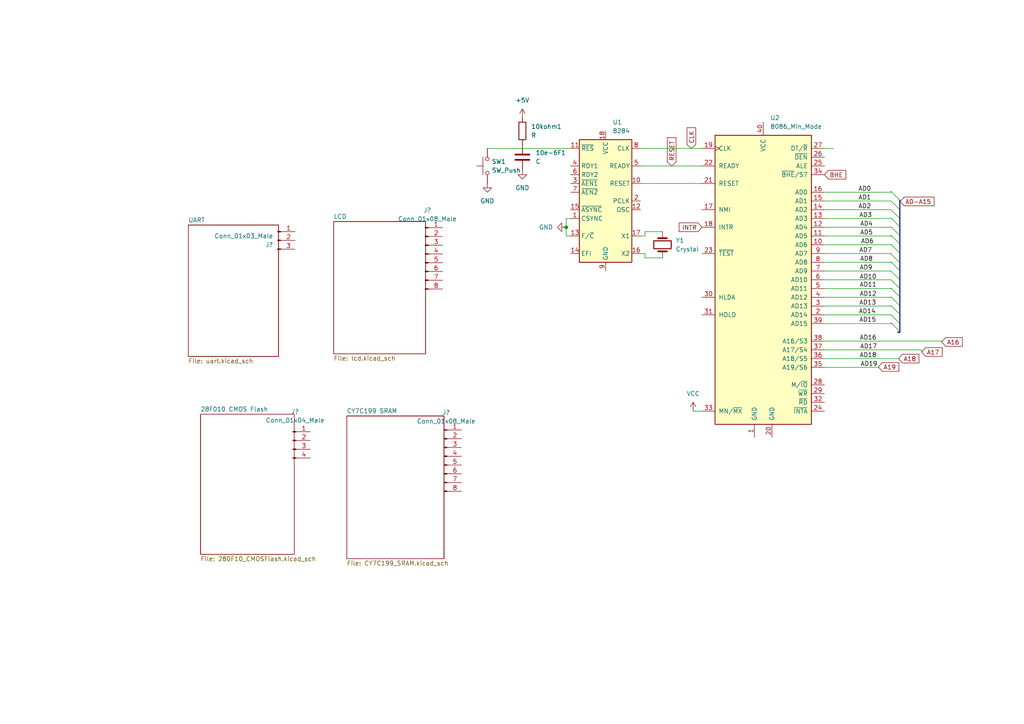
<source format=kicad_sch>
(kicad_sch (version 20211123) (generator eeschema)

  (uuid e63e39d7-6ac0-4ffd-8aa3-1841a4541b55)

  (paper "A4")

  (lib_symbols
    (symbol "Connector:Conn_01x03_Male" (pin_names (offset 1.016) hide) (in_bom yes) (on_board yes)
      (property "Reference" "J" (id 0) (at 0 5.08 0)
        (effects (font (size 1.27 1.27)))
      )
      (property "Value" "Conn_01x03_Male" (id 1) (at 0 -5.08 0)
        (effects (font (size 1.27 1.27)))
      )
      (property "Footprint" "" (id 2) (at 0 0 0)
        (effects (font (size 1.27 1.27)) hide)
      )
      (property "Datasheet" "~" (id 3) (at 0 0 0)
        (effects (font (size 1.27 1.27)) hide)
      )
      (property "ki_keywords" "connector" (id 4) (at 0 0 0)
        (effects (font (size 1.27 1.27)) hide)
      )
      (property "ki_description" "Generic connector, single row, 01x03, script generated (kicad-library-utils/schlib/autogen/connector/)" (id 5) (at 0 0 0)
        (effects (font (size 1.27 1.27)) hide)
      )
      (property "ki_fp_filters" "Connector*:*_1x??_*" (id 6) (at 0 0 0)
        (effects (font (size 1.27 1.27)) hide)
      )
      (symbol "Conn_01x03_Male_1_1"
        (polyline
          (pts
            (xy 1.27 -2.54)
            (xy 0.8636 -2.54)
          )
          (stroke (width 0.1524) (type default) (color 0 0 0 0))
          (fill (type none))
        )
        (polyline
          (pts
            (xy 1.27 0)
            (xy 0.8636 0)
          )
          (stroke (width 0.1524) (type default) (color 0 0 0 0))
          (fill (type none))
        )
        (polyline
          (pts
            (xy 1.27 2.54)
            (xy 0.8636 2.54)
          )
          (stroke (width 0.1524) (type default) (color 0 0 0 0))
          (fill (type none))
        )
        (rectangle (start 0.8636 -2.413) (end 0 -2.667)
          (stroke (width 0.1524) (type default) (color 0 0 0 0))
          (fill (type outline))
        )
        (rectangle (start 0.8636 0.127) (end 0 -0.127)
          (stroke (width 0.1524) (type default) (color 0 0 0 0))
          (fill (type outline))
        )
        (rectangle (start 0.8636 2.667) (end 0 2.413)
          (stroke (width 0.1524) (type default) (color 0 0 0 0))
          (fill (type outline))
        )
        (pin passive line (at 5.08 2.54 180) (length 3.81)
          (name "Pin_1" (effects (font (size 1.27 1.27))))
          (number "1" (effects (font (size 1.27 1.27))))
        )
        (pin passive line (at 5.08 0 180) (length 3.81)
          (name "Pin_2" (effects (font (size 1.27 1.27))))
          (number "2" (effects (font (size 1.27 1.27))))
        )
        (pin passive line (at 5.08 -2.54 180) (length 3.81)
          (name "Pin_3" (effects (font (size 1.27 1.27))))
          (number "3" (effects (font (size 1.27 1.27))))
        )
      )
    )
    (symbol "Connector:Conn_01x04_Male" (pin_names (offset 1.016) hide) (in_bom yes) (on_board yes)
      (property "Reference" "J" (id 0) (at 0 5.08 0)
        (effects (font (size 1.27 1.27)))
      )
      (property "Value" "Conn_01x04_Male" (id 1) (at 0 -7.62 0)
        (effects (font (size 1.27 1.27)))
      )
      (property "Footprint" "" (id 2) (at 0 0 0)
        (effects (font (size 1.27 1.27)) hide)
      )
      (property "Datasheet" "~" (id 3) (at 0 0 0)
        (effects (font (size 1.27 1.27)) hide)
      )
      (property "ki_keywords" "connector" (id 4) (at 0 0 0)
        (effects (font (size 1.27 1.27)) hide)
      )
      (property "ki_description" "Generic connector, single row, 01x04, script generated (kicad-library-utils/schlib/autogen/connector/)" (id 5) (at 0 0 0)
        (effects (font (size 1.27 1.27)) hide)
      )
      (property "ki_fp_filters" "Connector*:*_1x??_*" (id 6) (at 0 0 0)
        (effects (font (size 1.27 1.27)) hide)
      )
      (symbol "Conn_01x04_Male_1_1"
        (polyline
          (pts
            (xy 1.27 -5.08)
            (xy 0.8636 -5.08)
          )
          (stroke (width 0.1524) (type default) (color 0 0 0 0))
          (fill (type none))
        )
        (polyline
          (pts
            (xy 1.27 -2.54)
            (xy 0.8636 -2.54)
          )
          (stroke (width 0.1524) (type default) (color 0 0 0 0))
          (fill (type none))
        )
        (polyline
          (pts
            (xy 1.27 0)
            (xy 0.8636 0)
          )
          (stroke (width 0.1524) (type default) (color 0 0 0 0))
          (fill (type none))
        )
        (polyline
          (pts
            (xy 1.27 2.54)
            (xy 0.8636 2.54)
          )
          (stroke (width 0.1524) (type default) (color 0 0 0 0))
          (fill (type none))
        )
        (rectangle (start 0.8636 -4.953) (end 0 -5.207)
          (stroke (width 0.1524) (type default) (color 0 0 0 0))
          (fill (type outline))
        )
        (rectangle (start 0.8636 -2.413) (end 0 -2.667)
          (stroke (width 0.1524) (type default) (color 0 0 0 0))
          (fill (type outline))
        )
        (rectangle (start 0.8636 0.127) (end 0 -0.127)
          (stroke (width 0.1524) (type default) (color 0 0 0 0))
          (fill (type outline))
        )
        (rectangle (start 0.8636 2.667) (end 0 2.413)
          (stroke (width 0.1524) (type default) (color 0 0 0 0))
          (fill (type outline))
        )
        (pin passive line (at 5.08 2.54 180) (length 3.81)
          (name "Pin_1" (effects (font (size 1.27 1.27))))
          (number "1" (effects (font (size 1.27 1.27))))
        )
        (pin passive line (at 5.08 0 180) (length 3.81)
          (name "Pin_2" (effects (font (size 1.27 1.27))))
          (number "2" (effects (font (size 1.27 1.27))))
        )
        (pin passive line (at 5.08 -2.54 180) (length 3.81)
          (name "Pin_3" (effects (font (size 1.27 1.27))))
          (number "3" (effects (font (size 1.27 1.27))))
        )
        (pin passive line (at 5.08 -5.08 180) (length 3.81)
          (name "Pin_4" (effects (font (size 1.27 1.27))))
          (number "4" (effects (font (size 1.27 1.27))))
        )
      )
    )
    (symbol "Connector:Conn_01x08_Male" (pin_names (offset 1.016) hide) (in_bom yes) (on_board yes)
      (property "Reference" "J" (id 0) (at 0 10.16 0)
        (effects (font (size 1.27 1.27)))
      )
      (property "Value" "Conn_01x08_Male" (id 1) (at 0 -12.7 0)
        (effects (font (size 1.27 1.27)))
      )
      (property "Footprint" "" (id 2) (at 0 0 0)
        (effects (font (size 1.27 1.27)) hide)
      )
      (property "Datasheet" "~" (id 3) (at 0 0 0)
        (effects (font (size 1.27 1.27)) hide)
      )
      (property "ki_keywords" "connector" (id 4) (at 0 0 0)
        (effects (font (size 1.27 1.27)) hide)
      )
      (property "ki_description" "Generic connector, single row, 01x08, script generated (kicad-library-utils/schlib/autogen/connector/)" (id 5) (at 0 0 0)
        (effects (font (size 1.27 1.27)) hide)
      )
      (property "ki_fp_filters" "Connector*:*_1x??_*" (id 6) (at 0 0 0)
        (effects (font (size 1.27 1.27)) hide)
      )
      (symbol "Conn_01x08_Male_1_1"
        (polyline
          (pts
            (xy 1.27 -10.16)
            (xy 0.8636 -10.16)
          )
          (stroke (width 0.1524) (type default) (color 0 0 0 0))
          (fill (type none))
        )
        (polyline
          (pts
            (xy 1.27 -7.62)
            (xy 0.8636 -7.62)
          )
          (stroke (width 0.1524) (type default) (color 0 0 0 0))
          (fill (type none))
        )
        (polyline
          (pts
            (xy 1.27 -5.08)
            (xy 0.8636 -5.08)
          )
          (stroke (width 0.1524) (type default) (color 0 0 0 0))
          (fill (type none))
        )
        (polyline
          (pts
            (xy 1.27 -2.54)
            (xy 0.8636 -2.54)
          )
          (stroke (width 0.1524) (type default) (color 0 0 0 0))
          (fill (type none))
        )
        (polyline
          (pts
            (xy 1.27 0)
            (xy 0.8636 0)
          )
          (stroke (width 0.1524) (type default) (color 0 0 0 0))
          (fill (type none))
        )
        (polyline
          (pts
            (xy 1.27 2.54)
            (xy 0.8636 2.54)
          )
          (stroke (width 0.1524) (type default) (color 0 0 0 0))
          (fill (type none))
        )
        (polyline
          (pts
            (xy 1.27 5.08)
            (xy 0.8636 5.08)
          )
          (stroke (width 0.1524) (type default) (color 0 0 0 0))
          (fill (type none))
        )
        (polyline
          (pts
            (xy 1.27 7.62)
            (xy 0.8636 7.62)
          )
          (stroke (width 0.1524) (type default) (color 0 0 0 0))
          (fill (type none))
        )
        (rectangle (start 0.8636 -10.033) (end 0 -10.287)
          (stroke (width 0.1524) (type default) (color 0 0 0 0))
          (fill (type outline))
        )
        (rectangle (start 0.8636 -7.493) (end 0 -7.747)
          (stroke (width 0.1524) (type default) (color 0 0 0 0))
          (fill (type outline))
        )
        (rectangle (start 0.8636 -4.953) (end 0 -5.207)
          (stroke (width 0.1524) (type default) (color 0 0 0 0))
          (fill (type outline))
        )
        (rectangle (start 0.8636 -2.413) (end 0 -2.667)
          (stroke (width 0.1524) (type default) (color 0 0 0 0))
          (fill (type outline))
        )
        (rectangle (start 0.8636 0.127) (end 0 -0.127)
          (stroke (width 0.1524) (type default) (color 0 0 0 0))
          (fill (type outline))
        )
        (rectangle (start 0.8636 2.667) (end 0 2.413)
          (stroke (width 0.1524) (type default) (color 0 0 0 0))
          (fill (type outline))
        )
        (rectangle (start 0.8636 5.207) (end 0 4.953)
          (stroke (width 0.1524) (type default) (color 0 0 0 0))
          (fill (type outline))
        )
        (rectangle (start 0.8636 7.747) (end 0 7.493)
          (stroke (width 0.1524) (type default) (color 0 0 0 0))
          (fill (type outline))
        )
        (pin passive line (at 5.08 7.62 180) (length 3.81)
          (name "Pin_1" (effects (font (size 1.27 1.27))))
          (number "1" (effects (font (size 1.27 1.27))))
        )
        (pin passive line (at 5.08 5.08 180) (length 3.81)
          (name "Pin_2" (effects (font (size 1.27 1.27))))
          (number "2" (effects (font (size 1.27 1.27))))
        )
        (pin passive line (at 5.08 2.54 180) (length 3.81)
          (name "Pin_3" (effects (font (size 1.27 1.27))))
          (number "3" (effects (font (size 1.27 1.27))))
        )
        (pin passive line (at 5.08 0 180) (length 3.81)
          (name "Pin_4" (effects (font (size 1.27 1.27))))
          (number "4" (effects (font (size 1.27 1.27))))
        )
        (pin passive line (at 5.08 -2.54 180) (length 3.81)
          (name "Pin_5" (effects (font (size 1.27 1.27))))
          (number "5" (effects (font (size 1.27 1.27))))
        )
        (pin passive line (at 5.08 -5.08 180) (length 3.81)
          (name "Pin_6" (effects (font (size 1.27 1.27))))
          (number "6" (effects (font (size 1.27 1.27))))
        )
        (pin passive line (at 5.08 -7.62 180) (length 3.81)
          (name "Pin_7" (effects (font (size 1.27 1.27))))
          (number "7" (effects (font (size 1.27 1.27))))
        )
        (pin passive line (at 5.08 -10.16 180) (length 3.81)
          (name "Pin_8" (effects (font (size 1.27 1.27))))
          (number "8" (effects (font (size 1.27 1.27))))
        )
      )
    )
    (symbol "Device:C" (pin_numbers hide) (pin_names (offset 0.254)) (in_bom yes) (on_board yes)
      (property "Reference" "C" (id 0) (at 0.635 2.54 0)
        (effects (font (size 1.27 1.27)) (justify left))
      )
      (property "Value" "C" (id 1) (at 0.635 -2.54 0)
        (effects (font (size 1.27 1.27)) (justify left))
      )
      (property "Footprint" "" (id 2) (at 0.9652 -3.81 0)
        (effects (font (size 1.27 1.27)) hide)
      )
      (property "Datasheet" "~" (id 3) (at 0 0 0)
        (effects (font (size 1.27 1.27)) hide)
      )
      (property "ki_keywords" "cap capacitor" (id 4) (at 0 0 0)
        (effects (font (size 1.27 1.27)) hide)
      )
      (property "ki_description" "Unpolarized capacitor" (id 5) (at 0 0 0)
        (effects (font (size 1.27 1.27)) hide)
      )
      (property "ki_fp_filters" "C_*" (id 6) (at 0 0 0)
        (effects (font (size 1.27 1.27)) hide)
      )
      (symbol "C_0_1"
        (polyline
          (pts
            (xy -2.032 -0.762)
            (xy 2.032 -0.762)
          )
          (stroke (width 0.508) (type default) (color 0 0 0 0))
          (fill (type none))
        )
        (polyline
          (pts
            (xy -2.032 0.762)
            (xy 2.032 0.762)
          )
          (stroke (width 0.508) (type default) (color 0 0 0 0))
          (fill (type none))
        )
      )
      (symbol "C_1_1"
        (pin passive line (at 0 3.81 270) (length 2.794)
          (name "~" (effects (font (size 1.27 1.27))))
          (number "1" (effects (font (size 1.27 1.27))))
        )
        (pin passive line (at 0 -3.81 90) (length 2.794)
          (name "~" (effects (font (size 1.27 1.27))))
          (number "2" (effects (font (size 1.27 1.27))))
        )
      )
    )
    (symbol "Device:Crystal" (pin_numbers hide) (pin_names (offset 1.016) hide) (in_bom yes) (on_board yes)
      (property "Reference" "Y" (id 0) (at 0 3.81 0)
        (effects (font (size 1.27 1.27)))
      )
      (property "Value" "Crystal" (id 1) (at 0 -3.81 0)
        (effects (font (size 1.27 1.27)))
      )
      (property "Footprint" "" (id 2) (at 0 0 0)
        (effects (font (size 1.27 1.27)) hide)
      )
      (property "Datasheet" "~" (id 3) (at 0 0 0)
        (effects (font (size 1.27 1.27)) hide)
      )
      (property "ki_keywords" "quartz ceramic resonator oscillator" (id 4) (at 0 0 0)
        (effects (font (size 1.27 1.27)) hide)
      )
      (property "ki_description" "Two pin crystal" (id 5) (at 0 0 0)
        (effects (font (size 1.27 1.27)) hide)
      )
      (property "ki_fp_filters" "Crystal*" (id 6) (at 0 0 0)
        (effects (font (size 1.27 1.27)) hide)
      )
      (symbol "Crystal_0_1"
        (rectangle (start -1.143 2.54) (end 1.143 -2.54)
          (stroke (width 0.3048) (type default) (color 0 0 0 0))
          (fill (type none))
        )
        (polyline
          (pts
            (xy -2.54 0)
            (xy -1.905 0)
          )
          (stroke (width 0) (type default) (color 0 0 0 0))
          (fill (type none))
        )
        (polyline
          (pts
            (xy -1.905 -1.27)
            (xy -1.905 1.27)
          )
          (stroke (width 0.508) (type default) (color 0 0 0 0))
          (fill (type none))
        )
        (polyline
          (pts
            (xy 1.905 -1.27)
            (xy 1.905 1.27)
          )
          (stroke (width 0.508) (type default) (color 0 0 0 0))
          (fill (type none))
        )
        (polyline
          (pts
            (xy 2.54 0)
            (xy 1.905 0)
          )
          (stroke (width 0) (type default) (color 0 0 0 0))
          (fill (type none))
        )
      )
      (symbol "Crystal_1_1"
        (pin passive line (at -3.81 0 0) (length 1.27)
          (name "1" (effects (font (size 1.27 1.27))))
          (number "1" (effects (font (size 1.27 1.27))))
        )
        (pin passive line (at 3.81 0 180) (length 1.27)
          (name "2" (effects (font (size 1.27 1.27))))
          (number "2" (effects (font (size 1.27 1.27))))
        )
      )
    )
    (symbol "Device:R" (pin_numbers hide) (pin_names (offset 0)) (in_bom yes) (on_board yes)
      (property "Reference" "R" (id 0) (at 2.032 0 90)
        (effects (font (size 1.27 1.27)))
      )
      (property "Value" "R" (id 1) (at 0 0 90)
        (effects (font (size 1.27 1.27)))
      )
      (property "Footprint" "" (id 2) (at -1.778 0 90)
        (effects (font (size 1.27 1.27)) hide)
      )
      (property "Datasheet" "~" (id 3) (at 0 0 0)
        (effects (font (size 1.27 1.27)) hide)
      )
      (property "ki_keywords" "R res resistor" (id 4) (at 0 0 0)
        (effects (font (size 1.27 1.27)) hide)
      )
      (property "ki_description" "Resistor" (id 5) (at 0 0 0)
        (effects (font (size 1.27 1.27)) hide)
      )
      (property "ki_fp_filters" "R_*" (id 6) (at 0 0 0)
        (effects (font (size 1.27 1.27)) hide)
      )
      (symbol "R_0_1"
        (rectangle (start -1.016 -2.54) (end 1.016 2.54)
          (stroke (width 0.254) (type default) (color 0 0 0 0))
          (fill (type none))
        )
      )
      (symbol "R_1_1"
        (pin passive line (at 0 3.81 270) (length 1.27)
          (name "~" (effects (font (size 1.27 1.27))))
          (number "1" (effects (font (size 1.27 1.27))))
        )
        (pin passive line (at 0 -3.81 90) (length 1.27)
          (name "~" (effects (font (size 1.27 1.27))))
          (number "2" (effects (font (size 1.27 1.27))))
        )
      )
    )
    (symbol "MCU_Intel:8086_Min_Mode" (pin_names (offset 1.016)) (in_bom yes) (on_board yes)
      (property "Reference" "U" (id 0) (at -12.7 43.18 0)
        (effects (font (size 1.27 1.27)))
      )
      (property "Value" "8086_Min_Mode" (id 1) (at 10.16 43.18 0)
        (effects (font (size 1.27 1.27)))
      )
      (property "Footprint" "Package_DIP:DIP-40_W15.24mm" (id 2) (at 1.27 2.54 0)
        (effects (font (size 1.27 1.27) italic) hide)
      )
      (property "Datasheet" "http://datasheets.chipdb.org/Intel/x86/808x/datashts/8086/231455-006.pdf" (id 3) (at 0 1.27 0)
        (effects (font (size 1.27 1.27)) hide)
      )
      (property "ki_keywords" "MPRO" (id 4) (at 0 0 0)
        (effects (font (size 1.27 1.27)) hide)
      )
      (property "ki_description" "8086 (minimum mode), 16-Bit HMOS Microprocessor, PDIP-40" (id 5) (at 0 0 0)
        (effects (font (size 1.27 1.27)) hide)
      )
      (property "ki_fp_filters" "DIP*W15.24mm*" (id 6) (at 0 0 0)
        (effects (font (size 1.27 1.27)) hide)
      )
      (symbol "8086_Min_Mode_0_1"
        (rectangle (start 13.97 -41.91) (end -13.97 41.91)
          (stroke (width 0.254) (type default) (color 0 0 0 0))
          (fill (type background))
        )
      )
      (symbol "8086_Min_Mode_1_1"
        (pin power_in line (at -2.54 -45.72 90) (length 3.81)
          (name "GND" (effects (font (size 1.27 1.27))))
          (number "1" (effects (font (size 1.27 1.27))))
        )
        (pin bidirectional line (at 17.78 10.16 180) (length 3.81)
          (name "AD6" (effects (font (size 1.27 1.27))))
          (number "10" (effects (font (size 1.27 1.27))))
        )
        (pin bidirectional line (at 17.78 12.7 180) (length 3.81)
          (name "AD5" (effects (font (size 1.27 1.27))))
          (number "11" (effects (font (size 1.27 1.27))))
        )
        (pin bidirectional line (at 17.78 15.24 180) (length 3.81)
          (name "AD4" (effects (font (size 1.27 1.27))))
          (number "12" (effects (font (size 1.27 1.27))))
        )
        (pin bidirectional line (at 17.78 17.78 180) (length 3.81)
          (name "AD3" (effects (font (size 1.27 1.27))))
          (number "13" (effects (font (size 1.27 1.27))))
        )
        (pin bidirectional line (at 17.78 20.32 180) (length 3.81)
          (name "AD2" (effects (font (size 1.27 1.27))))
          (number "14" (effects (font (size 1.27 1.27))))
        )
        (pin bidirectional line (at 17.78 22.86 180) (length 3.81)
          (name "AD1" (effects (font (size 1.27 1.27))))
          (number "15" (effects (font (size 1.27 1.27))))
        )
        (pin bidirectional line (at 17.78 25.4 180) (length 3.81)
          (name "AD0" (effects (font (size 1.27 1.27))))
          (number "16" (effects (font (size 1.27 1.27))))
        )
        (pin input line (at -17.78 20.32 0) (length 3.81)
          (name "NMI" (effects (font (size 1.27 1.27))))
          (number "17" (effects (font (size 1.27 1.27))))
        )
        (pin input line (at -17.78 15.24 0) (length 3.81)
          (name "INTR" (effects (font (size 1.27 1.27))))
          (number "18" (effects (font (size 1.27 1.27))))
        )
        (pin input clock (at -17.78 38.1 0) (length 3.81)
          (name "CLK" (effects (font (size 1.27 1.27))))
          (number "19" (effects (font (size 1.27 1.27))))
        )
        (pin bidirectional line (at 17.78 -10.16 180) (length 3.81)
          (name "AD14" (effects (font (size 1.27 1.27))))
          (number "2" (effects (font (size 1.27 1.27))))
        )
        (pin power_in line (at 2.54 -45.72 90) (length 3.81)
          (name "GND" (effects (font (size 1.27 1.27))))
          (number "20" (effects (font (size 1.27 1.27))))
        )
        (pin input line (at -17.78 27.94 0) (length 3.81)
          (name "RESET" (effects (font (size 1.27 1.27))))
          (number "21" (effects (font (size 1.27 1.27))))
        )
        (pin input line (at -17.78 33.02 0) (length 3.81)
          (name "READY" (effects (font (size 1.27 1.27))))
          (number "22" (effects (font (size 1.27 1.27))))
        )
        (pin input line (at -17.78 7.62 0) (length 3.81)
          (name "~{TEST}" (effects (font (size 1.27 1.27))))
          (number "23" (effects (font (size 1.27 1.27))))
        )
        (pin output line (at 17.78 -38.1 180) (length 3.81)
          (name "~{INTA}" (effects (font (size 1.27 1.27))))
          (number "24" (effects (font (size 1.27 1.27))))
        )
        (pin output line (at 17.78 33.02 180) (length 3.81)
          (name "ALE" (effects (font (size 1.27 1.27))))
          (number "25" (effects (font (size 1.27 1.27))))
        )
        (pin output line (at 17.78 35.56 180) (length 3.81)
          (name "~{DEN}" (effects (font (size 1.27 1.27))))
          (number "26" (effects (font (size 1.27 1.27))))
        )
        (pin output line (at 17.78 38.1 180) (length 3.81)
          (name "DT/~{R}" (effects (font (size 1.27 1.27))))
          (number "27" (effects (font (size 1.27 1.27))))
        )
        (pin output line (at 17.78 -30.48 180) (length 3.81)
          (name "M/~{IO}" (effects (font (size 1.27 1.27))))
          (number "28" (effects (font (size 1.27 1.27))))
        )
        (pin output line (at 17.78 -33.02 180) (length 3.81)
          (name "~{WR}" (effects (font (size 1.27 1.27))))
          (number "29" (effects (font (size 1.27 1.27))))
        )
        (pin bidirectional line (at 17.78 -7.62 180) (length 3.81)
          (name "AD13" (effects (font (size 1.27 1.27))))
          (number "3" (effects (font (size 1.27 1.27))))
        )
        (pin output line (at -17.78 -5.08 0) (length 3.81)
          (name "HLDA" (effects (font (size 1.27 1.27))))
          (number "30" (effects (font (size 1.27 1.27))))
        )
        (pin input line (at -17.78 -10.16 0) (length 3.81)
          (name "HOLD" (effects (font (size 1.27 1.27))))
          (number "31" (effects (font (size 1.27 1.27))))
        )
        (pin output line (at 17.78 -35.56 180) (length 3.81)
          (name "~{RD}" (effects (font (size 1.27 1.27))))
          (number "32" (effects (font (size 1.27 1.27))))
        )
        (pin input line (at -17.78 -38.1 0) (length 3.81)
          (name "MN/~{MX}" (effects (font (size 1.27 1.27))))
          (number "33" (effects (font (size 1.27 1.27))))
        )
        (pin output line (at 17.78 30.48 180) (length 3.81)
          (name "~{BHE}/S7" (effects (font (size 1.27 1.27))))
          (number "34" (effects (font (size 1.27 1.27))))
        )
        (pin output line (at 17.78 -25.4 180) (length 3.81)
          (name "A19/S6" (effects (font (size 1.27 1.27))))
          (number "35" (effects (font (size 1.27 1.27))))
        )
        (pin output line (at 17.78 -22.86 180) (length 3.81)
          (name "A18/S5" (effects (font (size 1.27 1.27))))
          (number "36" (effects (font (size 1.27 1.27))))
        )
        (pin output line (at 17.78 -20.32 180) (length 3.81)
          (name "A17/S4" (effects (font (size 1.27 1.27))))
          (number "37" (effects (font (size 1.27 1.27))))
        )
        (pin output line (at 17.78 -17.78 180) (length 3.81)
          (name "A16/S3" (effects (font (size 1.27 1.27))))
          (number "38" (effects (font (size 1.27 1.27))))
        )
        (pin bidirectional line (at 17.78 -12.7 180) (length 3.81)
          (name "AD15" (effects (font (size 1.27 1.27))))
          (number "39" (effects (font (size 1.27 1.27))))
        )
        (pin bidirectional line (at 17.78 -5.08 180) (length 3.81)
          (name "AD12" (effects (font (size 1.27 1.27))))
          (number "4" (effects (font (size 1.27 1.27))))
        )
        (pin power_in line (at 0 45.72 270) (length 3.81)
          (name "VCC" (effects (font (size 1.27 1.27))))
          (number "40" (effects (font (size 1.27 1.27))))
        )
        (pin bidirectional line (at 17.78 -2.54 180) (length 3.81)
          (name "AD11" (effects (font (size 1.27 1.27))))
          (number "5" (effects (font (size 1.27 1.27))))
        )
        (pin bidirectional line (at 17.78 0 180) (length 3.81)
          (name "AD10" (effects (font (size 1.27 1.27))))
          (number "6" (effects (font (size 1.27 1.27))))
        )
        (pin bidirectional line (at 17.78 2.54 180) (length 3.81)
          (name "AD9" (effects (font (size 1.27 1.27))))
          (number "7" (effects (font (size 1.27 1.27))))
        )
        (pin bidirectional line (at 17.78 5.08 180) (length 3.81)
          (name "AD8" (effects (font (size 1.27 1.27))))
          (number "8" (effects (font (size 1.27 1.27))))
        )
        (pin bidirectional line (at 17.78 7.62 180) (length 3.81)
          (name "AD7" (effects (font (size 1.27 1.27))))
          (number "9" (effects (font (size 1.27 1.27))))
        )
      )
    )
    (symbol "Switch:SW_Push" (pin_numbers hide) (pin_names (offset 1.016) hide) (in_bom yes) (on_board yes)
      (property "Reference" "SW" (id 0) (at 1.27 2.54 0)
        (effects (font (size 1.27 1.27)) (justify left))
      )
      (property "Value" "SW_Push" (id 1) (at 0 -1.524 0)
        (effects (font (size 1.27 1.27)))
      )
      (property "Footprint" "" (id 2) (at 0 5.08 0)
        (effects (font (size 1.27 1.27)) hide)
      )
      (property "Datasheet" "~" (id 3) (at 0 5.08 0)
        (effects (font (size 1.27 1.27)) hide)
      )
      (property "ki_keywords" "switch normally-open pushbutton push-button" (id 4) (at 0 0 0)
        (effects (font (size 1.27 1.27)) hide)
      )
      (property "ki_description" "Push button switch, generic, two pins" (id 5) (at 0 0 0)
        (effects (font (size 1.27 1.27)) hide)
      )
      (symbol "SW_Push_0_1"
        (circle (center -2.032 0) (radius 0.508)
          (stroke (width 0) (type default) (color 0 0 0 0))
          (fill (type none))
        )
        (polyline
          (pts
            (xy 0 1.27)
            (xy 0 3.048)
          )
          (stroke (width 0) (type default) (color 0 0 0 0))
          (fill (type none))
        )
        (polyline
          (pts
            (xy 2.54 1.27)
            (xy -2.54 1.27)
          )
          (stroke (width 0) (type default) (color 0 0 0 0))
          (fill (type none))
        )
        (circle (center 2.032 0) (radius 0.508)
          (stroke (width 0) (type default) (color 0 0 0 0))
          (fill (type none))
        )
        (pin passive line (at -5.08 0 0) (length 2.54)
          (name "1" (effects (font (size 1.27 1.27))))
          (number "1" (effects (font (size 1.27 1.27))))
        )
        (pin passive line (at 5.08 0 180) (length 2.54)
          (name "2" (effects (font (size 1.27 1.27))))
          (number "2" (effects (font (size 1.27 1.27))))
        )
      )
    )
    (symbol "Timer:8284" (in_bom yes) (on_board yes)
      (property "Reference" "U" (id 0) (at -3.81 19.05 0)
        (effects (font (size 1.27 1.27)) (justify right))
      )
      (property "Value" "8284" (id 1) (at 2.54 19.05 0)
        (effects (font (size 1.27 1.27)) (justify left))
      )
      (property "Footprint" "Package_DIP:DIP-18_W7.62mm" (id 2) (at 0 0 0)
        (effects (font (size 1.27 1.27) italic) hide)
      )
      (property "Datasheet" "http://www.cpu-galaxy.at/cpu/ram%20rom%20eprom/other_intel_chips/other_intel-Dateien/D8284A_Datasheet.pdf" (id 3) (at 0 0 0)
        (effects (font (size 1.27 1.27)) hide)
      )
      (property "ki_keywords" "Clock Generator" (id 4) (at 0 0 0)
        (effects (font (size 1.27 1.27)) hide)
      )
      (property "ki_description" "Clock Generator and Driver for i8086/88 Microcontrollers, PDIP-18" (id 5) (at 0 0 0)
        (effects (font (size 1.27 1.27)) hide)
      )
      (property "ki_fp_filters" "DIP*W7.62mm*" (id 6) (at 0 0 0)
        (effects (font (size 1.27 1.27)) hide)
      )
      (symbol "8284_0_0"
        (rectangle (start -7.62 -17.78) (end 7.62 17.78)
          (stroke (width 0.254) (type default) (color 0 0 0 0))
          (fill (type background))
        )
      )
      (symbol "8284_1_1"
        (pin input line (at -10.16 -5.08 0) (length 2.54)
          (name "CSYNC" (effects (font (size 1.27 1.27))))
          (number "1" (effects (font (size 1.27 1.27))))
        )
        (pin output line (at 10.16 5.08 180) (length 2.54)
          (name "RESET" (effects (font (size 1.27 1.27))))
          (number "10" (effects (font (size 1.27 1.27))))
        )
        (pin input line (at -10.16 15.24 0) (length 2.54)
          (name "~{RES}" (effects (font (size 1.27 1.27))))
          (number "11" (effects (font (size 1.27 1.27))))
        )
        (pin output line (at 10.16 -2.54 180) (length 2.54)
          (name "OSC" (effects (font (size 1.27 1.27))))
          (number "12" (effects (font (size 1.27 1.27))))
        )
        (pin input line (at -10.16 -10.16 0) (length 2.54)
          (name "F/~{C}" (effects (font (size 1.27 1.27))))
          (number "13" (effects (font (size 1.27 1.27))))
        )
        (pin input line (at -10.16 -15.24 0) (length 2.54)
          (name "EFI" (effects (font (size 1.27 1.27))))
          (number "14" (effects (font (size 1.27 1.27))))
        )
        (pin input line (at -10.16 -2.54 0) (length 2.54)
          (name "~{ASYNC}" (effects (font (size 1.27 1.27))))
          (number "15" (effects (font (size 1.27 1.27))))
        )
        (pin output line (at 10.16 -15.24 180) (length 2.54)
          (name "X2" (effects (font (size 1.27 1.27))))
          (number "16" (effects (font (size 1.27 1.27))))
        )
        (pin input line (at 10.16 -10.16 180) (length 2.54)
          (name "X1" (effects (font (size 1.27 1.27))))
          (number "17" (effects (font (size 1.27 1.27))))
        )
        (pin power_in line (at 0 20.32 270) (length 2.54)
          (name "VCC" (effects (font (size 1.27 1.27))))
          (number "18" (effects (font (size 1.27 1.27))))
        )
        (pin output line (at 10.16 0 180) (length 2.54)
          (name "PCLK" (effects (font (size 1.27 1.27))))
          (number "2" (effects (font (size 1.27 1.27))))
        )
        (pin input line (at -10.16 5.08 0) (length 2.54)
          (name "~{AEN1}" (effects (font (size 1.27 1.27))))
          (number "3" (effects (font (size 1.27 1.27))))
        )
        (pin input line (at -10.16 10.16 0) (length 2.54)
          (name "RDY1" (effects (font (size 1.27 1.27))))
          (number "4" (effects (font (size 1.27 1.27))))
        )
        (pin output line (at 10.16 10.16 180) (length 2.54)
          (name "READY" (effects (font (size 1.27 1.27))))
          (number "5" (effects (font (size 1.27 1.27))))
        )
        (pin input line (at -10.16 7.62 0) (length 2.54)
          (name "RDY2" (effects (font (size 1.27 1.27))))
          (number "6" (effects (font (size 1.27 1.27))))
        )
        (pin input line (at -10.16 2.54 0) (length 2.54)
          (name "~{AEN2}" (effects (font (size 1.27 1.27))))
          (number "7" (effects (font (size 1.27 1.27))))
        )
        (pin output line (at 10.16 15.24 180) (length 2.54)
          (name "CLK" (effects (font (size 1.27 1.27))))
          (number "8" (effects (font (size 1.27 1.27))))
        )
        (pin power_in line (at 0 -20.32 90) (length 2.54)
          (name "GND" (effects (font (size 1.27 1.27))))
          (number "9" (effects (font (size 1.27 1.27))))
        )
      )
    )
    (symbol "power:+5V" (power) (pin_names (offset 0)) (in_bom yes) (on_board yes)
      (property "Reference" "#PWR" (id 0) (at 0 -3.81 0)
        (effects (font (size 1.27 1.27)) hide)
      )
      (property "Value" "+5V" (id 1) (at 0 3.556 0)
        (effects (font (size 1.27 1.27)))
      )
      (property "Footprint" "" (id 2) (at 0 0 0)
        (effects (font (size 1.27 1.27)) hide)
      )
      (property "Datasheet" "" (id 3) (at 0 0 0)
        (effects (font (size 1.27 1.27)) hide)
      )
      (property "ki_keywords" "power-flag" (id 4) (at 0 0 0)
        (effects (font (size 1.27 1.27)) hide)
      )
      (property "ki_description" "Power symbol creates a global label with name \"+5V\"" (id 5) (at 0 0 0)
        (effects (font (size 1.27 1.27)) hide)
      )
      (symbol "+5V_0_1"
        (polyline
          (pts
            (xy -0.762 1.27)
            (xy 0 2.54)
          )
          (stroke (width 0) (type default) (color 0 0 0 0))
          (fill (type none))
        )
        (polyline
          (pts
            (xy 0 0)
            (xy 0 2.54)
          )
          (stroke (width 0) (type default) (color 0 0 0 0))
          (fill (type none))
        )
        (polyline
          (pts
            (xy 0 2.54)
            (xy 0.762 1.27)
          )
          (stroke (width 0) (type default) (color 0 0 0 0))
          (fill (type none))
        )
      )
      (symbol "+5V_1_1"
        (pin power_in line (at 0 0 90) (length 0) hide
          (name "+5V" (effects (font (size 1.27 1.27))))
          (number "1" (effects (font (size 1.27 1.27))))
        )
      )
    )
    (symbol "power:GND" (power) (pin_names (offset 0)) (in_bom yes) (on_board yes)
      (property "Reference" "#PWR" (id 0) (at 0 -6.35 0)
        (effects (font (size 1.27 1.27)) hide)
      )
      (property "Value" "GND" (id 1) (at 0 -3.81 0)
        (effects (font (size 1.27 1.27)))
      )
      (property "Footprint" "" (id 2) (at 0 0 0)
        (effects (font (size 1.27 1.27)) hide)
      )
      (property "Datasheet" "" (id 3) (at 0 0 0)
        (effects (font (size 1.27 1.27)) hide)
      )
      (property "ki_keywords" "power-flag" (id 4) (at 0 0 0)
        (effects (font (size 1.27 1.27)) hide)
      )
      (property "ki_description" "Power symbol creates a global label with name \"GND\" , ground" (id 5) (at 0 0 0)
        (effects (font (size 1.27 1.27)) hide)
      )
      (symbol "GND_0_1"
        (polyline
          (pts
            (xy 0 0)
            (xy 0 -1.27)
            (xy 1.27 -1.27)
            (xy 0 -2.54)
            (xy -1.27 -1.27)
            (xy 0 -1.27)
          )
          (stroke (width 0) (type default) (color 0 0 0 0))
          (fill (type none))
        )
      )
      (symbol "GND_1_1"
        (pin power_in line (at 0 0 270) (length 0) hide
          (name "GND" (effects (font (size 1.27 1.27))))
          (number "1" (effects (font (size 1.27 1.27))))
        )
      )
    )
    (symbol "power:VCC" (power) (pin_names (offset 0)) (in_bom yes) (on_board yes)
      (property "Reference" "#PWR" (id 0) (at 0 -3.81 0)
        (effects (font (size 1.27 1.27)) hide)
      )
      (property "Value" "VCC" (id 1) (at 0 3.81 0)
        (effects (font (size 1.27 1.27)))
      )
      (property "Footprint" "" (id 2) (at 0 0 0)
        (effects (font (size 1.27 1.27)) hide)
      )
      (property "Datasheet" "" (id 3) (at 0 0 0)
        (effects (font (size 1.27 1.27)) hide)
      )
      (property "ki_keywords" "power-flag" (id 4) (at 0 0 0)
        (effects (font (size 1.27 1.27)) hide)
      )
      (property "ki_description" "Power symbol creates a global label with name \"VCC\"" (id 5) (at 0 0 0)
        (effects (font (size 1.27 1.27)) hide)
      )
      (symbol "VCC_0_1"
        (polyline
          (pts
            (xy -0.762 1.27)
            (xy 0 2.54)
          )
          (stroke (width 0) (type default) (color 0 0 0 0))
          (fill (type none))
        )
        (polyline
          (pts
            (xy 0 0)
            (xy 0 2.54)
          )
          (stroke (width 0) (type default) (color 0 0 0 0))
          (fill (type none))
        )
        (polyline
          (pts
            (xy 0 2.54)
            (xy 0.762 1.27)
          )
          (stroke (width 0) (type default) (color 0 0 0 0))
          (fill (type none))
        )
      )
      (symbol "VCC_1_1"
        (pin power_in line (at 0 0 90) (length 0) hide
          (name "VCC" (effects (font (size 1.27 1.27))))
          (number "1" (effects (font (size 1.27 1.27))))
        )
      )
    )
  )

  (junction (at 164.211 65.913) (diameter 0) (color 0 0 0 0)
    (uuid a38c342d-e3dc-495e-9c45-d130d66de49e)
  )

  (bus_entry (at 258.445 86.106) (size 2.54 2.54)
    (stroke (width 0) (type default) (color 0 0 0 0))
    (uuid 88481ab9-e777-4a17-827d-305eda39a2df)
  )
  (bus_entry (at 258.445 75.946) (size 2.54 2.54)
    (stroke (width 0) (type default) (color 0 0 0 0))
    (uuid 88481ab9-e777-4a17-827d-305eda39a2df)
  )
  (bus_entry (at 258.445 70.866) (size 2.54 2.54)
    (stroke (width 0) (type default) (color 0 0 0 0))
    (uuid 88481ab9-e777-4a17-827d-305eda39a2df)
  )
  (bus_entry (at 258.445 73.66) (size 2.54 2.54)
    (stroke (width 0) (type default) (color 0 0 0 0))
    (uuid 88481ab9-e777-4a17-827d-305eda39a2df)
  )
  (bus_entry (at 258.445 68.199) (size 2.54 2.54)
    (stroke (width 0) (type default) (color 0 0 0 0))
    (uuid 88481ab9-e777-4a17-827d-305eda39a2df)
  )
  (bus_entry (at 258.445 65.786) (size 2.54 2.54)
    (stroke (width 0) (type default) (color 0 0 0 0))
    (uuid 88481ab9-e777-4a17-827d-305eda39a2df)
  )
  (bus_entry (at 258.445 63.246) (size 2.54 2.54)
    (stroke (width 0) (type default) (color 0 0 0 0))
    (uuid 88481ab9-e777-4a17-827d-305eda39a2df)
  )
  (bus_entry (at 258.445 55.499) (size 2.54 2.54)
    (stroke (width 0) (type default) (color 0 0 0 0))
    (uuid 88481ab9-e777-4a17-827d-305eda39a2df)
  )
  (bus_entry (at 258.445 58.293) (size 2.54 2.54)
    (stroke (width 0) (type default) (color 0 0 0 0))
    (uuid 88481ab9-e777-4a17-827d-305eda39a2df)
  )
  (bus_entry (at 258.445 60.833) (size 2.54 2.54)
    (stroke (width 0) (type default) (color 0 0 0 0))
    (uuid 88481ab9-e777-4a17-827d-305eda39a2df)
  )
  (bus_entry (at 258.445 78.613) (size 2.54 2.54)
    (stroke (width 0) (type default) (color 0 0 0 0))
    (uuid 88481ab9-e777-4a17-827d-305eda39a2df)
  )
  (bus_entry (at 258.445 83.566) (size 2.54 2.54)
    (stroke (width 0) (type default) (color 0 0 0 0))
    (uuid 88481ab9-e777-4a17-827d-305eda39a2df)
  )
  (bus_entry (at 258.445 81.153) (size 2.54 2.54)
    (stroke (width 0) (type default) (color 0 0 0 0))
    (uuid 88481ab9-e777-4a17-827d-305eda39a2df)
  )
  (bus_entry (at 258.445 91.313) (size 2.54 2.54)
    (stroke (width 0) (type default) (color 0 0 0 0))
    (uuid 88481ab9-e777-4a17-827d-305eda39a2df)
  )
  (bus_entry (at 258.445 88.646) (size 2.54 2.54)
    (stroke (width 0) (type default) (color 0 0 0 0))
    (uuid 88481ab9-e777-4a17-827d-305eda39a2df)
  )
  (bus_entry (at 258.445 93.599) (size 2.54 2.54)
    (stroke (width 0) (type default) (color 0 0 0 0))
    (uuid 88481ab9-e777-4a17-827d-305eda39a2df)
  )

  (wire (pts (xy 185.801 48.133) (xy 203.581 48.133))
    (stroke (width 0) (type default) (color 0 0 0 0))
    (uuid 00078eff-e0c8-4626-8088-266c04cb5881)
  )
  (wire (pts (xy 239.141 91.313) (xy 258.445 91.313))
    (stroke (width 0) (type default) (color 0 0 0 0))
    (uuid 0e1d850d-a4f5-48bf-b262-c8245049dd65)
  )
  (wire (pts (xy 187.071 68.453) (xy 187.071 67.183))
    (stroke (width 0) (type default) (color 0 0 0 0))
    (uuid 1139e4ae-75df-41fb-89c9-bc3ed9b2c8b3)
  )
  (bus (pts (xy 260.985 83.693) (xy 260.985 86.106))
    (stroke (width 0) (type default) (color 0 0 0 0))
    (uuid 11b9938f-200d-41a0-a134-3cfda888ef0e)
  )
  (bus (pts (xy 260.985 58.039) (xy 260.985 60.833))
    (stroke (width 0) (type default) (color 0 0 0 0))
    (uuid 12744999-9a5e-482a-ae99-76a34bc77b96)
  )

  (wire (pts (xy 267.335 101.473) (xy 267.335 102.108))
    (stroke (width 0) (type default) (color 0 0 0 0))
    (uuid 14bfdfee-cb85-4e91-b6f6-57c4cdd1df6d)
  )
  (bus (pts (xy 260.985 96.139) (xy 260.985 96.393))
    (stroke (width 0) (type default) (color 0 0 0 0))
    (uuid 16403231-bb73-4cb9-bd5c-23190f75ed57)
  )

  (wire (pts (xy 239.141 60.833) (xy 258.445 60.833))
    (stroke (width 0) (type default) (color 0 0 0 0))
    (uuid 1773280f-5e28-4d81-b217-2affbc539ddc)
  )
  (bus (pts (xy 260.985 91.186) (xy 260.985 93.853))
    (stroke (width 0) (type default) (color 0 0 0 0))
    (uuid 242c399d-d7a7-4164-8e6f-2a3b21ae281c)
  )

  (wire (pts (xy 258.445 73.533) (xy 258.445 73.66))
    (stroke (width 0) (type default) (color 0 0 0 0))
    (uuid 294baa8e-941d-4798-b774-f28341ff0c13)
  )
  (wire (pts (xy 185.801 43.053) (xy 203.581 43.053))
    (stroke (width 0) (type default) (color 0 0 0 0))
    (uuid 29e39da2-b15b-4f2d-878d-06a656f924bb)
  )
  (wire (pts (xy 165.481 63.373) (xy 164.211 63.373))
    (stroke (width 0) (type default) (color 0 0 0 0))
    (uuid 2c5eee95-4b82-48f8-b0db-d7516131c235)
  )
  (wire (pts (xy 187.071 74.803) (xy 192.151 74.803))
    (stroke (width 0) (type default) (color 0 0 0 0))
    (uuid 2cd46b2b-6369-48a1-b11a-21af911b01b0)
  )
  (wire (pts (xy 185.801 53.213) (xy 203.581 53.213))
    (stroke (width 0) (type default) (color 0 0 0 0))
    (uuid 2e79aab3-0f7c-45b9-bc20-10592fb396e3)
  )
  (wire (pts (xy 239.141 81.153) (xy 258.445 81.153))
    (stroke (width 0) (type default) (color 0 0 0 0))
    (uuid 2e96a2dd-9fde-441d-9f8b-dd557a553d45)
  )
  (wire (pts (xy 239.141 55.753) (xy 258.445 55.753))
    (stroke (width 0) (type default) (color 0 0 0 0))
    (uuid 2f3c929b-ef82-412b-860b-e5b93dad9237)
  )
  (wire (pts (xy 185.801 73.533) (xy 187.071 73.533))
    (stroke (width 0) (type default) (color 0 0 0 0))
    (uuid 30014070-2549-4797-933e-85819635f222)
  )
  (wire (pts (xy 201.041 119.253) (xy 203.581 119.253))
    (stroke (width 0) (type default) (color 0 0 0 0))
    (uuid 34350b03-bbce-4638-b633-0ff947160541)
  )
  (wire (pts (xy 239.141 101.473) (xy 267.335 101.473))
    (stroke (width 0) (type default) (color 0 0 0 0))
    (uuid 3441b6bf-aa5a-4a77-b56a-8b3b89fd6a9b)
  )
  (wire (pts (xy 239.141 76.073) (xy 258.445 76.073))
    (stroke (width 0) (type default) (color 0 0 0 0))
    (uuid 374078be-e99c-4157-babc-cc3a9f0f8659)
  )
  (wire (pts (xy 239.141 43.053) (xy 241.681 43.053))
    (stroke (width 0) (type default) (color 0 0 0 0))
    (uuid 38db5b48-939d-4b67-9b6a-7ec1ef184750)
  )
  (wire (pts (xy 239.141 88.773) (xy 258.445 88.773))
    (stroke (width 0) (type default) (color 0 0 0 0))
    (uuid 3a958f55-c140-42af-9306-5750d4ae09c4)
  )
  (wire (pts (xy 164.211 63.373) (xy 164.211 65.913))
    (stroke (width 0) (type default) (color 0 0 0 0))
    (uuid 3bfac750-f14c-4fe2-a67f-580584e0db7e)
  )
  (wire (pts (xy 254.762 106.426) (xy 254.762 106.553))
    (stroke (width 0) (type default) (color 0 0 0 0))
    (uuid 3fa18844-dc3d-4046-8cca-775f9542d6f0)
  )
  (wire (pts (xy 258.445 63.246) (xy 258.445 63.373))
    (stroke (width 0) (type default) (color 0 0 0 0))
    (uuid 47a1bc2b-44f1-415d-8c21-479270072c1a)
  )
  (bus (pts (xy 260.985 96.393) (xy 260.477 96.393))
    (stroke (width 0) (type default) (color 0 0 0 0))
    (uuid 48e5e8c2-7591-48a1-83ee-d7f84aa74451)
  )

  (wire (pts (xy 187.071 67.183) (xy 192.151 67.183))
    (stroke (width 0) (type default) (color 0 0 0 0))
    (uuid 4a754206-a18d-40d6-8a14-21dcb54f9c7b)
  )
  (bus (pts (xy 260.985 68.326) (xy 260.985 70.739))
    (stroke (width 0) (type default) (color 0 0 0 0))
    (uuid 4c079bad-1b41-41a3-bcef-2375fe8ba894)
  )

  (wire (pts (xy 239.141 86.233) (xy 258.445 86.233))
    (stroke (width 0) (type default) (color 0 0 0 0))
    (uuid 4c0e3ade-eb65-40d4-872c-bb31d8110924)
  )
  (bus (pts (xy 260.985 60.833) (xy 260.985 63.373))
    (stroke (width 0) (type default) (color 0 0 0 0))
    (uuid 4fc8cdc3-93b5-4906-a543-c379430346a5)
  )
  (bus (pts (xy 260.985 93.853) (xy 260.985 96.139))
    (stroke (width 0) (type default) (color 0 0 0 0))
    (uuid 50ded920-b568-4ca8-9588-133d15eea208)
  )

  (wire (pts (xy 239.141 98.933) (xy 273.177 98.933))
    (stroke (width 0) (type default) (color 0 0 0 0))
    (uuid 5446df49-1e6b-4ed2-a96f-1db9ebda6430)
  )
  (wire (pts (xy 164.211 65.913) (xy 164.211 68.453))
    (stroke (width 0) (type default) (color 0 0 0 0))
    (uuid 55e8c672-1acb-4741-b6d8-a2c323e20e0a)
  )
  (bus (pts (xy 260.985 73.406) (xy 260.985 76.2))
    (stroke (width 0) (type default) (color 0 0 0 0))
    (uuid 59310bcf-19c2-4273-b695-741ae0a96c98)
  )

  (wire (pts (xy 258.445 55.499) (xy 258.445 55.753))
    (stroke (width 0) (type default) (color 0 0 0 0))
    (uuid 5c65c1d4-50a7-4ca1-892c-ad973509da37)
  )
  (wire (pts (xy 258.445 86.233) (xy 258.445 86.106))
    (stroke (width 0) (type default) (color 0 0 0 0))
    (uuid 5d9948c0-7f9c-422d-a214-a90ca8a1c7cd)
  )
  (bus (pts (xy 260.985 81.153) (xy 260.985 83.693))
    (stroke (width 0) (type default) (color 0 0 0 0))
    (uuid 5db47782-1e81-4c8b-8eaa-052bf7542912)
  )

  (wire (pts (xy 273.177 98.933) (xy 273.177 99.187))
    (stroke (width 0) (type default) (color 0 0 0 0))
    (uuid 62d96c44-5a8c-440a-8bf8-1f1be232b2ef)
  )
  (wire (pts (xy 239.141 106.553) (xy 254.762 106.553))
    (stroke (width 0) (type default) (color 0 0 0 0))
    (uuid 6946a6ea-bfc4-4163-bd35-48d3514b6926)
  )
  (wire (pts (xy 258.445 83.693) (xy 258.445 83.566))
    (stroke (width 0) (type default) (color 0 0 0 0))
    (uuid 6d7c8fdf-8aa8-4615-a25d-4afb1af29e4d)
  )
  (wire (pts (xy 258.445 88.773) (xy 258.445 88.646))
    (stroke (width 0) (type default) (color 0 0 0 0))
    (uuid 6fca2cdf-419b-4da7-b393-dbd3be74fbed)
  )
  (wire (pts (xy 258.445 70.993) (xy 258.445 70.866))
    (stroke (width 0) (type default) (color 0 0 0 0))
    (uuid 72dfd063-54d1-4bfe-88d4-374fb446397d)
  )
  (wire (pts (xy 239.141 65.913) (xy 258.445 65.913))
    (stroke (width 0) (type default) (color 0 0 0 0))
    (uuid 737f1d63-8ec5-4113-8117-2362ab56b18c)
  )
  (bus (pts (xy 260.985 76.2) (xy 260.985 78.486))
    (stroke (width 0) (type default) (color 0 0 0 0))
    (uuid 81f913ab-b271-47eb-b18d-5f0a93527c6e)
  )

  (wire (pts (xy 239.141 63.373) (xy 258.445 63.373))
    (stroke (width 0) (type default) (color 0 0 0 0))
    (uuid 86566720-b176-42b9-bdcb-17ff8d0e7ff8)
  )
  (wire (pts (xy 239.141 73.533) (xy 258.445 73.533))
    (stroke (width 0) (type default) (color 0 0 0 0))
    (uuid 8ad4c26e-7799-43b5-bce7-e03b56392be4)
  )
  (wire (pts (xy 258.445 68.199) (xy 258.445 68.453))
    (stroke (width 0) (type default) (color 0 0 0 0))
    (uuid 932eba78-2779-4630-989c-52cca8433294)
  )
  (wire (pts (xy 239.141 78.613) (xy 258.445 78.613))
    (stroke (width 0) (type default) (color 0 0 0 0))
    (uuid 954efd03-9b42-46dc-91ac-696be0e5b3d4)
  )
  (wire (pts (xy 164.211 68.453) (xy 165.481 68.453))
    (stroke (width 0) (type default) (color 0 0 0 0))
    (uuid a1ff6913-8acd-4d13-b6d2-103282852729)
  )
  (wire (pts (xy 239.141 70.993) (xy 258.445 70.993))
    (stroke (width 0) (type default) (color 0 0 0 0))
    (uuid abc276fb-9bce-4c7e-a380-d1de2615764d)
  )
  (bus (pts (xy 260.985 88.646) (xy 260.985 91.186))
    (stroke (width 0) (type default) (color 0 0 0 0))
    (uuid ac0c512d-72a3-4a8c-8c83-add61be94bec)
  )

  (wire (pts (xy 258.445 65.913) (xy 258.445 65.786))
    (stroke (width 0) (type default) (color 0 0 0 0))
    (uuid b08d57db-bf16-4e10-91bb-ab98b52d061e)
  )
  (wire (pts (xy 258.445 93.853) (xy 258.445 93.599))
    (stroke (width 0) (type default) (color 0 0 0 0))
    (uuid b11144db-d57a-4cde-959c-2ee0a11c23aa)
  )
  (wire (pts (xy 239.141 83.693) (xy 258.445 83.693))
    (stroke (width 0) (type default) (color 0 0 0 0))
    (uuid b2db63c4-1673-4301-aa17-524271f0b4ec)
  )
  (bus (pts (xy 260.985 63.373) (xy 260.985 65.786))
    (stroke (width 0) (type default) (color 0 0 0 0))
    (uuid c11ac16d-54f5-4917-9226-442a55185cc0)
  )

  (wire (pts (xy 141.351 43.053) (xy 165.481 43.053))
    (stroke (width 0) (type default) (color 0 0 0 0))
    (uuid c28e1840-ae9b-4485-97a3-0f3ad4b2942c)
  )
  (wire (pts (xy 239.141 58.293) (xy 258.445 58.293))
    (stroke (width 0) (type default) (color 0 0 0 0))
    (uuid c537920f-2670-46ee-9311-8983ae551cf1)
  )
  (wire (pts (xy 239.141 93.853) (xy 258.445 93.853))
    (stroke (width 0) (type default) (color 0 0 0 0))
    (uuid c94a4bb4-827a-458d-8467-6d1d6aafe685)
  )
  (wire (pts (xy 185.801 68.453) (xy 187.071 68.453))
    (stroke (width 0) (type default) (color 0 0 0 0))
    (uuid cd99b344-1b12-47a1-ac09-031cb3e0484b)
  )
  (wire (pts (xy 239.141 104.013) (xy 260.604 104.013))
    (stroke (width 0) (type default) (color 0 0 0 0))
    (uuid ce5d92f3-ef08-4948-8065-c7ddcd3df0a5)
  )
  (bus (pts (xy 260.985 78.486) (xy 260.985 81.153))
    (stroke (width 0) (type default) (color 0 0 0 0))
    (uuid cf06a2eb-2bc0-452d-ade7-05104d79d280)
  )
  (bus (pts (xy 260.985 70.739) (xy 260.985 73.406))
    (stroke (width 0) (type default) (color 0 0 0 0))
    (uuid d7f30927-e916-46e5-a155-143b1a40dea3)
  )

  (wire (pts (xy 258.445 76.073) (xy 258.445 75.946))
    (stroke (width 0) (type default) (color 0 0 0 0))
    (uuid da16277c-21e0-44a7-9927-12cfccb5ce8b)
  )
  (bus (pts (xy 260.985 65.786) (xy 260.985 68.326))
    (stroke (width 0) (type default) (color 0 0 0 0))
    (uuid dd08df35-8cd6-45a0-a316-c95babf9e58b)
  )

  (wire (pts (xy 239.141 68.453) (xy 258.445 68.453))
    (stroke (width 0) (type default) (color 0 0 0 0))
    (uuid e35826be-1f62-48af-b84e-bd3b2a3e5dbe)
  )
  (wire (pts (xy 187.071 73.533) (xy 187.071 74.803))
    (stroke (width 0) (type default) (color 0 0 0 0))
    (uuid e67cb3f7-472f-498d-aacc-5c4859d548f7)
  )
  (bus (pts (xy 260.477 96.393) (xy 260.477 96.266))
    (stroke (width 0) (type default) (color 0 0 0 0))
    (uuid f407d6dd-1c06-4d3c-80ba-7dbabd8dc152)
  )
  (bus (pts (xy 260.985 86.106) (xy 260.985 88.646))
    (stroke (width 0) (type default) (color 0 0 0 0))
    (uuid f4ed8351-49f6-4e5a-8032-3345fe3ffe6a)
  )

  (label "AD16" (at 249.301 98.933 0)
    (effects (font (size 1.27 1.27)) (justify left bottom))
    (uuid 0a258307-747a-4f1c-aa5f-2be99a860675)
  )
  (label "AD11" (at 249.301 83.566 0)
    (effects (font (size 1.27 1.27)) (justify left bottom))
    (uuid 1c49d6ce-2816-43e2-98ef-c8ee462c175d)
  )
  (label "AD1" (at 248.92 58.293 0)
    (effects (font (size 1.27 1.27)) (justify left bottom))
    (uuid 2826bfcc-bfcd-4a3e-bd9b-e2357ec89d5f)
  )
  (label "AD10" (at 249.301 81.28 0)
    (effects (font (size 1.27 1.27)) (justify left bottom))
    (uuid 285aaa6b-7e3b-498a-afb2-0afd54f558e2)
  )
  (label "AD18" (at 249.301 104.013 0)
    (effects (font (size 1.27 1.27)) (justify left bottom))
    (uuid 3495494c-256a-49fa-9b82-f33577d62818)
  )
  (label "AD4" (at 249.428 65.913 0)
    (effects (font (size 1.27 1.27)) (justify left bottom))
    (uuid 4820a85c-095d-4c93-827a-2f34c499f8a9)
  )
  (label "AD6" (at 249.682 70.993 0)
    (effects (font (size 1.27 1.27)) (justify left bottom))
    (uuid 5302675e-f9b6-4f41-87e9-8e9eaea3bc38)
  )
  (label "AD13" (at 249.174 88.773 0)
    (effects (font (size 1.27 1.27)) (justify left bottom))
    (uuid 54ccdbfc-dd51-4965-b679-1c6f9f9d763e)
  )
  (label "AD17" (at 249.428 101.473 0)
    (effects (font (size 1.27 1.27)) (justify left bottom))
    (uuid 6a7089ab-a4c1-4c4e-b06b-f960ea379e3b)
  )
  (label "AD3" (at 249.174 63.373 0)
    (effects (font (size 1.27 1.27)) (justify left bottom))
    (uuid 751cd0a5-7b14-40b8-a56f-51899e98d407)
  )
  (label "AD5" (at 249.428 68.453 0)
    (effects (font (size 1.27 1.27)) (justify left bottom))
    (uuid 8799349d-bd0b-4e9a-88bc-aace06f519b7)
  )
  (label "AD7" (at 249.174 73.533 0)
    (effects (font (size 1.27 1.27)) (justify left bottom))
    (uuid 88eaaa90-ab88-4a3d-ad5d-3056bb2ff952)
  )
  (label "AD8" (at 249.428 76.073 0)
    (effects (font (size 1.27 1.27)) (justify left bottom))
    (uuid 8bbf2f2a-d660-409d-b258-92231ff280ab)
  )
  (label "AD15" (at 249.174 93.726 0)
    (effects (font (size 1.27 1.27)) (justify left bottom))
    (uuid 9dc08d19-9ca7-467f-93ca-4223324748fe)
  )
  (label "AD0" (at 248.92 55.753 0)
    (effects (font (size 1.27 1.27)) (justify left bottom))
    (uuid a18ec9b4-ea31-4df1-a600-f115c5030af7)
  )
  (label "AD19" (at 249.555 106.553 0)
    (effects (font (size 1.27 1.27)) (justify left bottom))
    (uuid a3f1cb04-b695-4f43-a1c9-b363a4f8fd10)
  )
  (label "AD2" (at 248.92 60.833 0)
    (effects (font (size 1.27 1.27)) (justify left bottom))
    (uuid bc1119c2-3ac1-4f06-a6eb-9e4204a8464f)
  )
  (label "AD12" (at 249.301 86.233 0)
    (effects (font (size 1.27 1.27)) (justify left bottom))
    (uuid c90da138-1396-4760-8786-7c112155a63e)
  )
  (label "AD14" (at 249.047 91.313 0)
    (effects (font (size 1.27 1.27)) (justify left bottom))
    (uuid ce5b9869-1bb6-4644-836d-7454b964d462)
  )
  (label "AD9" (at 249.301 78.613 0)
    (effects (font (size 1.27 1.27)) (justify left bottom))
    (uuid eb10113b-b194-4580-83f2-a897e5154607)
  )

  (global_label "BHE" (shape input) (at 239.141 50.673 0) (fields_autoplaced)
    (effects (font (size 1.27 1.27)) (justify left))
    (uuid 11cf56f0-c247-48e4-a5bc-67365922d098)
    (property "Intersheet References" "${INTERSHEET_REFS}" (id 0) (at 245.3036 50.5936 0)
      (effects (font (size 1.27 1.27)) (justify left) hide)
    )
  )
  (global_label "CLK" (shape input) (at 200.533 43.053 90) (fields_autoplaced)
    (effects (font (size 1.27 1.27)) (justify left))
    (uuid 4111bcf6-d231-4eff-be05-e818d7ab4614)
    (property "Intersheet References" "${INTERSHEET_REFS}" (id 0) (at 200.4536 37.0718 90)
      (effects (font (size 1.27 1.27)) (justify left) hide)
    )
  )
  (global_label "RESET" (shape input) (at 194.818 48.133 90) (fields_autoplaced)
    (effects (font (size 1.27 1.27)) (justify left))
    (uuid 5ec8f854-5069-462f-966e-917bf562057e)
    (property "Intersheet References" "${INTERSHEET_REFS}" (id 0) (at 194.7386 39.9747 90)
      (effects (font (size 1.27 1.27)) (justify left) hide)
    )
  )
  (global_label "A17" (shape input) (at 267.335 102.108 0) (fields_autoplaced)
    (effects (font (size 1.27 1.27)) (justify left))
    (uuid 624a60f1-3eee-4478-a81c-c2bf62564271)
    (property "Intersheet References" "${INTERSHEET_REFS}" (id 0) (at 273.2557 102.0286 0)
      (effects (font (size 1.27 1.27)) (justify left) hide)
    )
  )
  (global_label "A18" (shape input) (at 260.604 104.013 0) (fields_autoplaced)
    (effects (font (size 1.27 1.27)) (justify left))
    (uuid 7a421628-75fd-4984-b0dd-b9bbc8c8f03e)
    (property "Intersheet References" "${INTERSHEET_REFS}" (id 0) (at 266.5247 103.9336 0)
      (effects (font (size 1.27 1.27)) (justify left) hide)
    )
  )
  (global_label "A16" (shape input) (at 273.177 99.187 0) (fields_autoplaced)
    (effects (font (size 1.27 1.27)) (justify left))
    (uuid 8d75cec6-4bdb-4750-922d-ff691f4f7716)
    (property "Intersheet References" "${INTERSHEET_REFS}" (id 0) (at 279.0977 99.1076 0)
      (effects (font (size 1.27 1.27)) (justify left) hide)
    )
  )
  (global_label "INTR" (shape input) (at 203.581 65.913 180) (fields_autoplaced)
    (effects (font (size 1.27 1.27)) (justify right))
    (uuid 9c10cdd1-3e80-4728-9500-c0255061c518)
    (property "Intersheet References" "${INTERSHEET_REFS}" (id 0) (at 196.995 65.8336 0)
      (effects (font (size 1.27 1.27)) (justify right) hide)
    )
  )
  (global_label "A0-A15" (shape input) (at 261.112 58.42 0) (fields_autoplaced)
    (effects (font (size 1.27 1.27)) (justify left))
    (uuid a1cff405-d553-4746-a91e-b10922d138d3)
    (property "Intersheet References" "${INTERSHEET_REFS}" (id 0) (at 270.9032 58.3406 0)
      (effects (font (size 1.27 1.27)) (justify left) hide)
    )
  )
  (global_label "A19" (shape input) (at 254.762 106.426 0) (fields_autoplaced)
    (effects (font (size 1.27 1.27)) (justify left))
    (uuid a7defaf6-40bd-4abc-a2e1-cb73ee755cc2)
    (property "Intersheet References" "${INTERSHEET_REFS}" (id 0) (at 260.6827 106.3466 0)
      (effects (font (size 1.27 1.27)) (justify left) hide)
    )
  )

  (symbol (lib_id "power:GND") (at 164.211 65.913 270) (unit 1)
    (in_bom yes) (on_board yes) (fields_autoplaced)
    (uuid 1354d709-60d8-4c36-8a5f-2644ac5d18a5)
    (property "Reference" "#PWR0104" (id 0) (at 157.861 65.913 0)
      (effects (font (size 1.27 1.27)) hide)
    )
    (property "Value" "GND" (id 1) (at 160.401 65.9129 90)
      (effects (font (size 1.27 1.27)) (justify right))
    )
    (property "Footprint" "" (id 2) (at 164.211 65.913 0)
      (effects (font (size 1.27 1.27)) hide)
    )
    (property "Datasheet" "" (id 3) (at 164.211 65.913 0)
      (effects (font (size 1.27 1.27)) hide)
    )
    (pin "1" (uuid 3e9afaf0-45e1-4be2-a57e-993ed8b40294))
  )

  (symbol (lib_id "power:+5V") (at 151.511 34.163 0) (unit 1)
    (in_bom yes) (on_board yes) (fields_autoplaced)
    (uuid 2f86eb6a-3771-4eb4-bac6-879c2769f953)
    (property "Reference" "#PWR0105" (id 0) (at 151.511 37.973 0)
      (effects (font (size 1.27 1.27)) hide)
    )
    (property "Value" "+5V" (id 1) (at 151.511 29.083 0))
    (property "Footprint" "" (id 2) (at 151.511 34.163 0)
      (effects (font (size 1.27 1.27)) hide)
    )
    (property "Datasheet" "" (id 3) (at 151.511 34.163 0)
      (effects (font (size 1.27 1.27)) hide)
    )
    (pin "1" (uuid 393a8050-5509-44ed-af71-f2a5f094115e))
  )

  (symbol (lib_id "Device:R") (at 151.511 37.973 0) (unit 1)
    (in_bom yes) (on_board yes) (fields_autoplaced)
    (uuid 32049d21-52d8-4abe-a007-eaa73f979dc8)
    (property "Reference" "10kohm1" (id 0) (at 154.051 36.7029 0)
      (effects (font (size 1.27 1.27)) (justify left))
    )
    (property "Value" "R" (id 1) (at 154.051 39.2429 0)
      (effects (font (size 1.27 1.27)) (justify left))
    )
    (property "Footprint" "OptoDevice:R_LDR_4.9x4.2mm_P2.54mm_Vertical" (id 2) (at 149.733 37.973 90)
      (effects (font (size 1.27 1.27)) hide)
    )
    (property "Datasheet" "~" (id 3) (at 151.511 37.973 0)
      (effects (font (size 1.27 1.27)) hide)
    )
    (pin "1" (uuid 670d33f3-f10e-4f9f-b236-0243149b8c0b))
    (pin "2" (uuid 8a81650e-e177-41c4-871b-bcd561a6cbe8))
  )

  (symbol (lib_id "Device:C") (at 151.511 45.593 0) (unit 1)
    (in_bom yes) (on_board yes) (fields_autoplaced)
    (uuid 404c519a-15a5-4b47-8ef2-0f618e4bf65d)
    (property "Reference" "10e-6F1" (id 0) (at 155.321 44.3229 0)
      (effects (font (size 1.27 1.27)) (justify left))
    )
    (property "Value" "C" (id 1) (at 155.321 46.8629 0)
      (effects (font (size 1.27 1.27)) (justify left))
    )
    (property "Footprint" "Capacitor_SMD:C_0201_0603Metric" (id 2) (at 152.4762 49.403 0)
      (effects (font (size 1.27 1.27)) hide)
    )
    (property "Datasheet" "~" (id 3) (at 151.511 45.593 0)
      (effects (font (size 1.27 1.27)) hide)
    )
    (pin "1" (uuid eed3be67-ad47-4acb-84c1-9764f0145754))
    (pin "2" (uuid a8d8ddc6-3f6e-449f-913a-de10dc46be12))
  )

  (symbol (lib_id "Switch:SW_Push") (at 141.351 48.133 90) (unit 1)
    (in_bom yes) (on_board yes)
    (uuid 496e82f5-e8a4-4a8d-a3af-4bfd37c9bd9a)
    (property "Reference" "SW1" (id 0) (at 142.621 46.8629 90)
      (effects (font (size 1.27 1.27)) (justify right))
    )
    (property "Value" "SW_Push" (id 1) (at 142.621 49.4029 90)
      (effects (font (size 1.27 1.27)) (justify right))
    )
    (property "Footprint" "" (id 2) (at 136.271 48.133 0)
      (effects (font (size 1.27 1.27)) hide)
    )
    (property "Datasheet" "~" (id 3) (at 136.271 48.133 0)
      (effects (font (size 1.27 1.27)) hide)
    )
    (pin "1" (uuid 2b964fa1-ff69-4b7f-8942-4dd170cec31c))
    (pin "2" (uuid 2222d59a-0d3a-4e52-ae3f-f751c9ea5caf))
  )

  (symbol (lib_id "MCU_Intel:8086_Min_Mode") (at 221.361 81.153 0) (unit 1)
    (in_bom yes) (on_board yes) (fields_autoplaced)
    (uuid 5a7f5ba6-06c4-4b39-9065-c4c0d044c803)
    (property "Reference" "U2" (id 0) (at 223.3804 34.163 0)
      (effects (font (size 1.27 1.27)) (justify left))
    )
    (property "Value" "8086_Min_Mode" (id 1) (at 223.3804 36.703 0)
      (effects (font (size 1.27 1.27)) (justify left))
    )
    (property "Footprint" "Package_DIP:DIP-40_W15.24mm" (id 2) (at 222.631 78.613 0)
      (effects (font (size 1.27 1.27) italic) hide)
    )
    (property "Datasheet" "http://datasheets.chipdb.org/Intel/x86/808x/datashts/8086/231455-006.pdf" (id 3) (at 221.361 79.883 0)
      (effects (font (size 1.27 1.27)) hide)
    )
    (pin "1" (uuid b13936d2-f326-4fd2-8270-c168cce21b54))
    (pin "10" (uuid b2187ec2-f2ab-41fd-a484-cb80abd81dea))
    (pin "11" (uuid 90276273-3f20-4d08-8954-b6330a5ba5cd))
    (pin "12" (uuid 89e39a07-16cf-4da8-b8fd-245249f605c7))
    (pin "13" (uuid b99d1638-b577-4f10-9b67-afeca6a9d8c0))
    (pin "14" (uuid df97ccc8-411a-42ac-aaed-326140a08135))
    (pin "15" (uuid 17a9b63f-0447-4be9-b18a-a24f9b9032e1))
    (pin "16" (uuid 7c923de6-b07f-4279-b117-1cdb365d2ed0))
    (pin "17" (uuid 5aab5967-eaa0-499f-85e1-8f9b9f4b942d))
    (pin "18" (uuid ca2a547a-c33a-4d71-888e-4fd98f8cc938))
    (pin "19" (uuid 88fc82c8-5e16-4091-b799-65617766f810))
    (pin "2" (uuid 0be31354-0ba6-40e0-8777-1fd0f425076b))
    (pin "20" (uuid c9891863-f70c-452f-af07-06ca957ab494))
    (pin "21" (uuid 8714058e-ebcb-48b5-82b1-e88af95efe39))
    (pin "22" (uuid 4f29d187-90ee-4ca8-b8e2-f664e7bff816))
    (pin "23" (uuid 3ff670cd-ffb3-439b-9af1-d73390668826))
    (pin "24" (uuid 94de8913-7e32-4205-b1e3-f5b843fdcb6f))
    (pin "25" (uuid 2115d315-ed7c-4597-aa4a-08a87ee53f2f))
    (pin "26" (uuid 974d0566-68e8-47d2-acdf-d14744c3a2ef))
    (pin "27" (uuid 87f1e387-b70c-47ad-82d4-ace5d66a2209))
    (pin "28" (uuid 46e0cebb-3eac-4226-ba0b-05e25971429e))
    (pin "29" (uuid 45d74da9-b66f-463e-993f-7569ae8c14ac))
    (pin "3" (uuid be9cc150-b788-472e-b8b7-9564a7ce402d))
    (pin "30" (uuid e0f591d3-de8d-436d-8e60-6065c877a507))
    (pin "31" (uuid deb6bb74-5963-47ff-a74b-c2a25edb09e3))
    (pin "32" (uuid 091771ab-72bc-4dd9-9cdf-6135448415f5))
    (pin "33" (uuid 09c9d23f-24cf-4e79-90e9-1faed7b1e0bd))
    (pin "34" (uuid 907872a9-ff0d-4c98-b8dc-3a99c0885d3c))
    (pin "35" (uuid d83ed65d-e639-4974-8237-578c96a68211))
    (pin "36" (uuid 7ee4174e-b097-46ff-a395-a048b49dd2ac))
    (pin "37" (uuid 63bc4bcd-f5ab-4033-ab29-d1e3934aa3c9))
    (pin "38" (uuid 1d2e21aa-c80b-45c1-a530-b19b38d54671))
    (pin "39" (uuid 83a0af08-0788-496b-b5a2-dc27514fcb3a))
    (pin "4" (uuid 71dcb5b2-3d46-4bb4-a534-a2eb4a5a1856))
    (pin "40" (uuid 5786ea88-6ec6-4ee3-a66b-67e43bcfd638))
    (pin "5" (uuid 12d2ca10-0978-4cda-bbc0-766ef018bea3))
    (pin "6" (uuid c0f0ad50-7ca1-45ae-aff2-888998209b4b))
    (pin "7" (uuid a71e17b5-7deb-40d7-943c-a858b60e0435))
    (pin "8" (uuid 38422d01-aa06-405c-a8fd-de1f908ffc70))
    (pin "9" (uuid 9c772f78-f3d6-40c4-b595-e161a0043767))
  )

  (symbol (lib_id "Connector:Conn_01x03_Male") (at 80.518 69.723 0) (unit 1)
    (in_bom yes) (on_board yes) (fields_autoplaced)
    (uuid 5e89b630-24a4-4cc6-8498-3ffd7ca02ecb)
    (property "Reference" "J?" (id 0) (at 79.248 70.9931 0)
      (effects (font (size 1.27 1.27)) (justify right))
    )
    (property "Value" "" (id 1) (at 79.248 68.4531 0)
      (effects (font (size 1.27 1.27)) (justify right))
    )
    (property "Footprint" "" (id 2) (at 80.518 69.723 0)
      (effects (font (size 1.27 1.27)) hide)
    )
    (property "Datasheet" "~" (id 3) (at 80.518 69.723 0)
      (effects (font (size 1.27 1.27)) hide)
    )
    (pin "1" (uuid 7b8951ea-188b-429f-9923-28df0226bedb))
    (pin "2" (uuid f013f508-ada2-47a8-98ac-bd4a4b3b9731))
    (pin "3" (uuid 04a0e549-e1a4-4d08-8952-18319637230a))
  )

  (symbol (lib_id "power:GND") (at 141.351 53.213 0) (unit 1)
    (in_bom yes) (on_board yes) (fields_autoplaced)
    (uuid 655d4ecf-bdc7-467a-aec6-d03a90c41aa5)
    (property "Reference" "#PWR0106" (id 0) (at 141.351 59.563 0)
      (effects (font (size 1.27 1.27)) hide)
    )
    (property "Value" "GND" (id 1) (at 141.351 58.293 0))
    (property "Footprint" "" (id 2) (at 141.351 53.213 0)
      (effects (font (size 1.27 1.27)) hide)
    )
    (property "Datasheet" "" (id 3) (at 141.351 53.213 0)
      (effects (font (size 1.27 1.27)) hide)
    )
    (pin "1" (uuid 249105c0-8aff-43bc-ab44-7b43b0fa25e7))
  )

  (symbol (lib_id "Device:Crystal") (at 192.151 70.993 270) (unit 1)
    (in_bom yes) (on_board yes) (fields_autoplaced)
    (uuid 864c1221-9e0e-49eb-8595-fd8f7ca4c5b7)
    (property "Reference" "Y1" (id 0) (at 195.961 69.7229 90)
      (effects (font (size 1.27 1.27)) (justify left))
    )
    (property "Value" "Crystal" (id 1) (at 195.961 72.2629 90)
      (effects (font (size 1.27 1.27)) (justify left))
    )
    (property "Footprint" "Crystal:Crystal_AT310_D3.0mm_L10.0mm_Horizontal" (id 2) (at 192.151 70.993 0)
      (effects (font (size 1.27 1.27)) hide)
    )
    (property "Datasheet" "~" (id 3) (at 192.151 70.993 0)
      (effects (font (size 1.27 1.27)) hide)
    )
    (pin "1" (uuid 05713ada-bcd6-47c8-ad4f-5acd2ba005b3))
    (pin "2" (uuid a3434e96-1aba-4030-8c81-7d767ebc4224))
  )

  (symbol (lib_id "Timer:8284") (at 175.641 58.293 0) (unit 1)
    (in_bom yes) (on_board yes) (fields_autoplaced)
    (uuid 8b053810-801a-4dda-8b99-b963d9e4930a)
    (property "Reference" "U1" (id 0) (at 177.6604 35.433 0)
      (effects (font (size 1.27 1.27)) (justify left))
    )
    (property "Value" "8284" (id 1) (at 177.6604 37.973 0)
      (effects (font (size 1.27 1.27)) (justify left))
    )
    (property "Footprint" "Package_DIP:DIP-18_W7.62mm" (id 2) (at 175.641 58.293 0)
      (effects (font (size 1.27 1.27) italic) hide)
    )
    (property "Datasheet" "http://www.cpu-galaxy.at/cpu/ram%20rom%20eprom/other_intel_chips/other_intel-Dateien/D8284A_Datasheet.pdf" (id 3) (at 175.641 58.293 0)
      (effects (font (size 1.27 1.27)) hide)
    )
    (pin "1" (uuid 2582eef6-0eaf-4ecc-b9c6-35ff2de65c52))
    (pin "10" (uuid d3a4380a-021c-45cf-8a02-2cbb2bd982d5))
    (pin "11" (uuid 194fc133-31de-4ddb-b8d5-3719de51bfcc))
    (pin "12" (uuid b9136556-e5f0-4fc6-b60b-bf9d35b79d98))
    (pin "13" (uuid df8e29ba-2d20-4f10-995b-92deaded6d4e))
    (pin "14" (uuid 43eea08a-6b04-4664-907f-2ba2c658d470))
    (pin "15" (uuid d5ef10f5-d09d-47c7-bfa9-19423e1c47b4))
    (pin "16" (uuid 884b85b8-53db-4467-9ae6-7af58a36dbbc))
    (pin "17" (uuid a10e2004-645f-4eb5-970c-4eebeef410fd))
    (pin "18" (uuid c390e3f9-b8d5-4363-8edc-c6e39deaa144))
    (pin "2" (uuid 3f95069d-09a4-4d51-ac85-5be0623484b0))
    (pin "3" (uuid e41396ef-fcb8-4f30-a0dd-0577b072e8e3))
    (pin "4" (uuid 47ff82cc-c192-4b77-8d40-1f2d21eebf5e))
    (pin "5" (uuid 2bc20418-c48a-4c5a-b4e3-6a4a70caec69))
    (pin "6" (uuid 1cbb6e1b-45fe-4dd7-be48-9db22abfc169))
    (pin "7" (uuid 8d70cdd3-780c-428f-bce6-0db8ea42fb92))
    (pin "8" (uuid 7dc149e5-1b01-4946-81b8-fffd3e526eb1))
    (pin "9" (uuid 3b310fe1-cfe0-43c6-a1f6-d396202787a0))
  )

  (symbol (lib_id "Connector:Conn_01x08_Male") (at 128.778 132.334 0) (unit 1)
    (in_bom yes) (on_board yes) (fields_autoplaced)
    (uuid 97495ab9-46c8-47ca-966b-508601e4f3fd)
    (property "Reference" "J?" (id 0) (at 129.413 119.634 0))
    (property "Value" "Conn_01x08_Male" (id 1) (at 129.413 122.174 0))
    (property "Footprint" "" (id 2) (at 128.778 132.334 0)
      (effects (font (size 1.27 1.27)) hide)
    )
    (property "Datasheet" "~" (id 3) (at 128.778 132.334 0)
      (effects (font (size 1.27 1.27)) hide)
    )
    (pin "1" (uuid ae0a0c2a-a35c-488b-83ef-688be87589ad))
    (pin "2" (uuid 6876a20d-1bd9-45e9-b889-4217c1f0eddf))
    (pin "3" (uuid ef708f6c-bbda-4d46-972c-7ca49714a20c))
    (pin "4" (uuid 2399393b-fc23-445b-8c5c-570c5abcf651))
    (pin "5" (uuid 87018151-f20a-451b-a1a1-cc69f2d5d4e5))
    (pin "6" (uuid d06d7ead-c2a3-46b4-b199-8fef6ece1005))
    (pin "7" (uuid d1f20c21-e308-4d09-a133-01e48bb7dbef))
    (pin "8" (uuid fb57e0bf-a1a2-4c33-8bfa-20508527cc54))
  )

  (symbol (lib_id "power:VCC") (at 201.041 119.253 0) (unit 1)
    (in_bom yes) (on_board yes) (fields_autoplaced)
    (uuid b3d660b5-6437-4845-aafd-a320f20db037)
    (property "Reference" "#PWR0101" (id 0) (at 201.041 123.063 0)
      (effects (font (size 1.27 1.27)) hide)
    )
    (property "Value" "VCC" (id 1) (at 201.041 114.173 0))
    (property "Footprint" "" (id 2) (at 201.041 119.253 0)
      (effects (font (size 1.27 1.27)) hide)
    )
    (property "Datasheet" "" (id 3) (at 201.041 119.253 0)
      (effects (font (size 1.27 1.27)) hide)
    )
    (pin "1" (uuid d3e8e9cb-59aa-4701-8214-21c851d2a9a6))
  )

  (symbol (lib_id "Connector:Conn_01x04_Male") (at 84.963 127.762 0) (unit 1)
    (in_bom yes) (on_board yes) (fields_autoplaced)
    (uuid dd11cd8b-fdc4-4ca2-b00d-c8de83e3ef75)
    (property "Reference" "J?" (id 0) (at 85.598 119.38 0))
    (property "Value" "" (id 1) (at 85.598 121.92 0))
    (property "Footprint" "" (id 2) (at 84.963 127.762 0)
      (effects (font (size 1.27 1.27)) hide)
    )
    (property "Datasheet" "~" (id 3) (at 84.963 127.762 0)
      (effects (font (size 1.27 1.27)) hide)
    )
    (pin "1" (uuid cd5d91f4-cc88-4476-8c09-b3b9ad0b8365))
    (pin "2" (uuid 6af267ce-ddb9-46c8-a34c-07f171f5729a))
    (pin "3" (uuid 3f95e823-c014-456d-baeb-18a486312dd5))
    (pin "4" (uuid 99f20269-0d09-4f84-b6af-9d9f3ea083c9))
  )

  (symbol (lib_id "power:GND") (at 151.511 49.403 0) (unit 1)
    (in_bom yes) (on_board yes) (fields_autoplaced)
    (uuid de514745-b1e9-4f18-9f7d-1e486d4ca1ca)
    (property "Reference" "#PWR0107" (id 0) (at 151.511 55.753 0)
      (effects (font (size 1.27 1.27)) hide)
    )
    (property "Value" "GND" (id 1) (at 151.511 54.483 0))
    (property "Footprint" "" (id 2) (at 151.511 49.403 0)
      (effects (font (size 1.27 1.27)) hide)
    )
    (property "Datasheet" "" (id 3) (at 151.511 49.403 0)
      (effects (font (size 1.27 1.27)) hide)
    )
    (pin "1" (uuid 26ac2c99-b921-4076-89da-968fb980e320))
  )

  (symbol (lib_id "Connector:Conn_01x08_Male") (at 123.317 73.66 0) (unit 1)
    (in_bom yes) (on_board yes) (fields_autoplaced)
    (uuid e3fab985-9ffd-42ce-9fee-f8c3436dd8f7)
    (property "Reference" "J?" (id 0) (at 123.952 60.96 0))
    (property "Value" "" (id 1) (at 123.952 63.5 0))
    (property "Footprint" "" (id 2) (at 123.317 73.66 0)
      (effects (font (size 1.27 1.27)) hide)
    )
    (property "Datasheet" "~" (id 3) (at 123.317 73.66 0)
      (effects (font (size 1.27 1.27)) hide)
    )
    (pin "1" (uuid 79f22206-0e59-4139-8243-4fecd224985b))
    (pin "2" (uuid 205d9245-f615-4911-bbe2-217132865134))
    (pin "3" (uuid 72a01086-8431-47eb-abb6-759d520d76e9))
    (pin "4" (uuid 2acf7bb4-a5f3-4eb9-8ec0-fdfe28515588))
    (pin "5" (uuid f12884ff-ff5a-4250-938a-34713fdca5a5))
    (pin "6" (uuid f2e95387-3151-4047-9ff4-d4132ad2d790))
    (pin "7" (uuid 3bf95461-fdd1-4d09-a5e7-8523d1d0cde6))
    (pin "8" (uuid d0f2f5b9-a9c5-494b-951e-b3057b581322))
  )

  (sheet (at 96.774 64.262) (size 26.67 38.354) (fields_autoplaced)
    (stroke (width 0.1524) (type solid) (color 0 0 0 0))
    (fill (color 0 0 0 0.0000))
    (uuid 255661e8-5e2a-4fbf-82c8-a01d6e2e6c3d)
    (property "Sheet name" "LCD" (id 0) (at 96.774 63.5504 0)
      (effects (font (size 1.27 1.27)) (justify left bottom))
    )
    (property "Sheet file" "lcd.kicad_sch" (id 1) (at 96.774 103.2006 0)
      (effects (font (size 1.27 1.27)) (justify left top))
    )
  )

  (sheet (at 58.166 120.142) (size 27.178 40.64) (fields_autoplaced)
    (stroke (width 0.1524) (type solid) (color 0 0 0 0))
    (fill (color 0 0 0 0.0000))
    (uuid 30d05a3a-3726-4250-8960-40d3b18d80df)
    (property "Sheet name" "28F010 CMOS Flash" (id 0) (at 58.166 119.4304 0)
      (effects (font (size 1.27 1.27)) (justify left bottom))
    )
    (property "Sheet file" "280F10_CMOSFlash.kicad_sch" (id 1) (at 58.166 161.3666 0)
      (effects (font (size 1.27 1.27)) (justify left top))
    )
  )

  (sheet (at 100.584 120.65) (size 28.194 41.402) (fields_autoplaced)
    (stroke (width 0.1524) (type solid) (color 0 0 0 0))
    (fill (color 0 0 0 0.0000))
    (uuid 4cfb7dd9-aeb3-48a7-b911-d72dc080a10f)
    (property "Sheet name" "CY7C199 SRAM" (id 0) (at 100.584 119.9384 0)
      (effects (font (size 1.27 1.27)) (justify left bottom))
    )
    (property "Sheet file" "CY7C199_SRAM.kicad_sch" (id 1) (at 100.584 162.6366 0)
      (effects (font (size 1.27 1.27)) (justify left top))
    )
  )

  (sheet (at 54.61 65.278) (size 26.162 38.1) (fields_autoplaced)
    (stroke (width 0.1524) (type solid) (color 0 0 0 0))
    (fill (color 0 0 0 0.0000))
    (uuid d3e1c592-ee8c-424a-9726-610d4fbb2908)
    (property "Sheet name" "UART" (id 0) (at 54.61 64.5664 0)
      (effects (font (size 1.27 1.27)) (justify left bottom))
    )
    (property "Sheet file" "uart.kicad_sch" (id 1) (at 54.61 103.9626 0)
      (effects (font (size 1.27 1.27)) (justify left top))
    )
  )

  (sheet_instances
    (path "/" (page "1"))
    (path "/d3e1c592-ee8c-424a-9726-610d4fbb2908" (page "2"))
    (path "/255661e8-5e2a-4fbf-82c8-a01d6e2e6c3d" (page "3"))
    (path "/30d05a3a-3726-4250-8960-40d3b18d80df" (page "4"))
    (path "/4cfb7dd9-aeb3-48a7-b911-d72dc080a10f" (page "5"))
  )

  (symbol_instances
    (path "/b3d660b5-6437-4845-aafd-a320f20db037"
      (reference "#PWR0101") (unit 1) (value "VCC") (footprint "")
    )
    (path "/1354d709-60d8-4c36-8a5f-2644ac5d18a5"
      (reference "#PWR0104") (unit 1) (value "GND") (footprint "")
    )
    (path "/2f86eb6a-3771-4eb4-bac6-879c2769f953"
      (reference "#PWR0105") (unit 1) (value "+5V") (footprint "")
    )
    (path "/655d4ecf-bdc7-467a-aec6-d03a90c41aa5"
      (reference "#PWR0106") (unit 1) (value "GND") (footprint "")
    )
    (path "/de514745-b1e9-4f18-9f7d-1e486d4ca1ca"
      (reference "#PWR0107") (unit 1) (value "GND") (footprint "")
    )
    (path "/d3e1c592-ee8c-424a-9726-610d4fbb2908/0269a8ed-786b-4e26-8d4b-e8bd0509b3df"
      (reference "#PWR?") (unit 1) (value "VCC") (footprint "")
    )
    (path "/d3e1c592-ee8c-424a-9726-610d4fbb2908/06a23b65-c458-4081-aaa1-40d0a658a2d4"
      (reference "#PWR?") (unit 1) (value "GND") (footprint "")
    )
    (path "/30d05a3a-3726-4250-8960-40d3b18d80df/0de0b598-dd38-48a4-bc3b-8d84af0967e9"
      (reference "#PWR?") (unit 1) (value "~") (footprint "")
    )
    (path "/d3e1c592-ee8c-424a-9726-610d4fbb2908/462bfc9b-f4ef-4869-9627-087bd334518f"
      (reference "#PWR?") (unit 1) (value "VCC") (footprint "")
    )
    (path "/255661e8-5e2a-4fbf-82c8-a01d6e2e6c3d/47d6ed4a-f75e-4902-a9ba-513872e26a4f"
      (reference "#PWR?") (unit 1) (value "GND") (footprint "")
    )
    (path "/d3e1c592-ee8c-424a-9726-610d4fbb2908/4a7a883b-3179-49b4-a5f5-3972daba7177"
      (reference "#PWR?") (unit 1) (value "VCC") (footprint "")
    )
    (path "/d3e1c592-ee8c-424a-9726-610d4fbb2908/4cd31120-c467-44ed-86ed-f70faf7495d0"
      (reference "#PWR?") (unit 1) (value "GND") (footprint "")
    )
    (path "/255661e8-5e2a-4fbf-82c8-a01d6e2e6c3d/5e3bbe23-574c-42ff-9e2a-f4dcde18a61c"
      (reference "#PWR?") (unit 1) (value "GND") (footprint "")
    )
    (path "/255661e8-5e2a-4fbf-82c8-a01d6e2e6c3d/60626f93-383a-405a-b7c9-1f34ea083c3f"
      (reference "#PWR?") (unit 1) (value "VCC") (footprint "")
    )
    (path "/d3e1c592-ee8c-424a-9726-610d4fbb2908/62577033-0fab-41c2-a2dd-dfb057b6e82c"
      (reference "#PWR?") (unit 1) (value "VCC") (footprint "")
    )
    (path "/d3e1c592-ee8c-424a-9726-610d4fbb2908/73d01d0a-b756-4166-978d-e440d228bbd9"
      (reference "#PWR?") (unit 1) (value "GND") (footprint "")
    )
    (path "/255661e8-5e2a-4fbf-82c8-a01d6e2e6c3d/766c07e7-345b-4f79-bc7f-0854ddc72660"
      (reference "#PWR?") (unit 1) (value "GND") (footprint "")
    )
    (path "/d3e1c592-ee8c-424a-9726-610d4fbb2908/87492a96-bc5f-46dc-bc4f-a5f42d2088ea"
      (reference "#PWR?") (unit 1) (value "GND") (footprint "")
    )
    (path "/d3e1c592-ee8c-424a-9726-610d4fbb2908/8dcc5d46-ba99-4738-a6b1-1afc4e425372"
      (reference "#PWR?") (unit 1) (value "GND") (footprint "")
    )
    (path "/30d05a3a-3726-4250-8960-40d3b18d80df/bcdcf5b5-d92d-480d-b59a-339929b6afed"
      (reference "#PWR?") (unit 1) (value "~") (footprint "")
    )
    (path "/255661e8-5e2a-4fbf-82c8-a01d6e2e6c3d/c10b612e-e429-4a73-bf6d-43c08fdc326a"
      (reference "#PWR?") (unit 1) (value "+5V") (footprint "")
    )
    (path "/d3e1c592-ee8c-424a-9726-610d4fbb2908/d6331e6b-cd10-4417-aced-4a80bc03a34c"
      (reference "#PWR?") (unit 1) (value "GND") (footprint "")
    )
    (path "/255661e8-5e2a-4fbf-82c8-a01d6e2e6c3d/e1ae6e57-0f74-4045-aa81-f7937b03c74b"
      (reference "#PWR?") (unit 1) (value "+5V") (footprint "")
    )
    (path "/4cfb7dd9-aeb3-48a7-b911-d72dc080a10f/e90e1e52-d57c-4b35-9e45-633d40e89548"
      (reference "#PWR?") (unit 1) (value "VCC") (footprint "")
    )
    (path "/d3e1c592-ee8c-424a-9726-610d4fbb2908/efdf3adb-b64d-44a5-bfd0-2963ac4f1148"
      (reference "#PWR?") (unit 1) (value "GND") (footprint "")
    )
    (path "/404c519a-15a5-4b47-8ef2-0f618e4bf65d"
      (reference "10e-6F1") (unit 1) (value "C") (footprint "Capacitor_SMD:C_0201_0603Metric")
    )
    (path "/32049d21-52d8-4abe-a007-eaa73f979dc8"
      (reference "10kohm1") (unit 1) (value "R") (footprint "OptoDevice:R_LDR_4.9x4.2mm_P2.54mm_Vertical")
    )
    (path "/d3e1c592-ee8c-424a-9726-610d4fbb2908/0c5a365f-7543-4650-bc9b-8e1794719b9c"
      (reference "C?") (unit 1) (value "C") (footprint "")
    )
    (path "/d3e1c592-ee8c-424a-9726-610d4fbb2908/24c03125-205d-4555-bf2a-4d5acf0f9431"
      (reference "C?") (unit 1) (value "C") (footprint "")
    )
    (path "/d3e1c592-ee8c-424a-9726-610d4fbb2908/5335a71b-2d1d-40d1-be4c-36fac28b194a"
      (reference "C?") (unit 1) (value "C") (footprint "")
    )
    (path "/d3e1c592-ee8c-424a-9726-610d4fbb2908/9d734276-c2fe-4dc0-a0f8-a14910240c65"
      (reference "C?") (unit 1) (value "C") (footprint "")
    )
    (path "/d3e1c592-ee8c-424a-9726-610d4fbb2908/b6d20c07-ed5e-46ef-98e4-7c6dfc7a8244"
      (reference "C?") (unit 1) (value "C") (footprint "")
    )
    (path "/d3e1c592-ee8c-424a-9726-610d4fbb2908/d5989401-ffed-4046-9dff-5a880814480b"
      (reference "C?") (unit 1) (value "C") (footprint "")
    )
    (path "/d3e1c592-ee8c-424a-9726-610d4fbb2908/f9a5e896-62c8-438a-bf18-ef7e54ca6cce"
      (reference "C?") (unit 1) (value "C") (footprint "")
    )
    (path "/255661e8-5e2a-4fbf-82c8-a01d6e2e6c3d/d8831995-494c-4222-9b09-b76615d88eec"
      (reference "DS?") (unit 1) (value "LCD4x20") (footprint "LCD4x20")
    )
    (path "/5e89b630-24a4-4cc6-8498-3ffd7ca02ecb"
      (reference "J?") (unit 1) (value "Conn_01x03_Male") (footprint "")
    )
    (path "/97495ab9-46c8-47ca-966b-508601e4f3fd"
      (reference "J?") (unit 1) (value "Conn_01x08_Male") (footprint "")
    )
    (path "/dd11cd8b-fdc4-4ca2-b00d-c8de83e3ef75"
      (reference "J?") (unit 1) (value "Conn_01x04_Male") (footprint "")
    )
    (path "/e3fab985-9ffd-42ce-9fee-f8c3436dd8f7"
      (reference "J?") (unit 1) (value "Conn_01x08_Male") (footprint "")
    )
    (path "/d3e1c592-ee8c-424a-9726-610d4fbb2908/e6dadd21-e73d-42d1-9542-a4995ba06eb8"
      (reference "J?") (unit 1) (value "DB9_Female") (footprint "")
    )
    (path "/d3e1c592-ee8c-424a-9726-610d4fbb2908/18ea2b2d-140e-4b14-971d-ba1a9d5c5edb"
      (reference "R?") (unit 1) (value "R") (footprint "")
    )
    (path "/d3e1c592-ee8c-424a-9726-610d4fbb2908/267a54fd-cf00-4f9f-9a8f-45ae97c944f3"
      (reference "R?") (unit 1) (value "R") (footprint "")
    )
    (path "/d3e1c592-ee8c-424a-9726-610d4fbb2908/96d78a97-5061-4328-9d9b-acfe1f7068bb"
      (reference "R?") (unit 1) (value "R") (footprint "OptoDevice:R_LDR_4.9x4.2mm_P2.54mm_Vertical")
    )
    (path "/d3e1c592-ee8c-424a-9726-610d4fbb2908/eb6944ab-de90-4d2b-a038-fe64fe22b09f"
      (reference "R?") (unit 1) (value "R") (footprint "")
    )
    (path "/496e82f5-e8a4-4a8d-a3af-4bfd37c9bd9a"
      (reference "SW1") (unit 1) (value "SW_Push") (footprint "")
    )
    (path "/8b053810-801a-4dda-8b99-b963d9e4930a"
      (reference "U1") (unit 1) (value "8284") (footprint "Package_DIP:DIP-18_W7.62mm")
    )
    (path "/5a7f5ba6-06c4-4b39-9065-c4c0d044c803"
      (reference "U2") (unit 1) (value "8086_Min_Mode") (footprint "Package_DIP:DIP-40_W15.24mm")
    )
    (path "/30d05a3a-3726-4250-8960-40d3b18d80df/3d3a5a47-4d41-465e-a134-79126b08fe0f"
      (reference "U?") (unit 1) (value "PAL16L8") (footprint "Package_DIP:DIP-20_W7.62mm")
    )
    (path "/30d05a3a-3726-4250-8960-40d3b18d80df/4446b6e2-9d8e-4efa-a79c-d9f42ae5ba46"
      (reference "U?") (unit 1) (value "28F010") (footprint "28F010")
    )
    (path "/255661e8-5e2a-4fbf-82c8-a01d6e2e6c3d/46f03359-11f1-4ead-b1c2-3b2861c6612c"
      (reference "U?") (unit 1) (value "PAL16L8") (footprint "")
    )
    (path "/4cfb7dd9-aeb3-48a7-b911-d72dc080a10f/47398519-a87e-45ef-a45d-6e149e5af1b2"
      (reference "U?") (unit 1) (value "PAL16L8") (footprint "")
    )
    (path "/4cfb7dd9-aeb3-48a7-b911-d72dc080a10f/75ad63d0-dcba-4507-9e92-de94320c7917"
      (reference "U?") (unit 1) (value "CY7C199") (footprint "")
    )
    (path "/30d05a3a-3726-4250-8960-40d3b18d80df/845f730d-16ab-4b6f-a49d-472a93981537"
      (reference "U?") (unit 1) (value "28F010") (footprint "28F010")
    )
    (path "/4cfb7dd9-aeb3-48a7-b911-d72dc080a10f/8d103a07-cbbf-4403-ac89-9638cbc04414"
      (reference "U?") (unit 1) (value "CY7C199") (footprint "")
    )
    (path "/4cfb7dd9-aeb3-48a7-b911-d72dc080a10f/90aea814-e3a5-4d6c-97ba-641616fde2cd"
      (reference "U?") (unit 1) (value "CY7C199") (footprint "")
    )
    (path "/4cfb7dd9-aeb3-48a7-b911-d72dc080a10f/9a3d1c48-64c1-4d16-bd3f-303f4dd30240"
      (reference "U?") (unit 1) (value "CY7C199") (footprint "")
    )
    (path "/d3e1c592-ee8c-424a-9726-610d4fbb2908/a9959833-5bf2-4bc1-93b0-0ddadbfd1de5"
      (reference "U?") (unit 1) (value "PAL16L8") (footprint "")
    )
    (path "/d3e1c592-ee8c-424a-9726-610d4fbb2908/c8c44ae0-9879-49e6-8079-4fc1c007d9cc"
      (reference "U?") (unit 1) (value "MAX232") (footprint "")
    )
    (path "/d3e1c592-ee8c-424a-9726-610d4fbb2908/e5539759-3090-4b35-a6d8-35e4e3cc1dec"
      (reference "U?") (unit 1) (value "16550") (footprint "Package_DIP:DIP-40_W15.24mm")
    )
    (path "/864c1221-9e0e-49eb-8595-fd8f7ca4c5b7"
      (reference "Y1") (unit 1) (value "Crystal") (footprint "Crystal:Crystal_AT310_D3.0mm_L10.0mm_Horizontal")
    )
    (path "/d3e1c592-ee8c-424a-9726-610d4fbb2908/f8139f70-97e8-478a-b92e-f8836c57a35a"
      (reference "Y?") (unit 1) (value "Crystal") (footprint "Crystal:Crystal_AT310_D3.0mm_L10.0mm_Horizontal")
    )
  )
)

</source>
